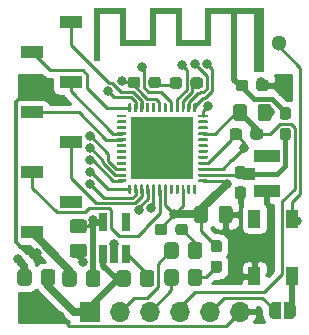
<source format=gbr>
%TF.GenerationSoftware,KiCad,Pcbnew,(5.1.9)-1*%
%TF.CreationDate,2021-06-07T11:13:50+02:00*%
%TF.ProjectId,esp32PicoD4,65737033-3250-4696-936f-44342e6b6963,rev?*%
%TF.SameCoordinates,Original*%
%TF.FileFunction,Copper,L1,Top*%
%TF.FilePolarity,Positive*%
%FSLAX46Y46*%
G04 Gerber Fmt 4.6, Leading zero omitted, Abs format (unit mm)*
G04 Created by KiCad (PCBNEW (5.1.9)-1) date 2021-06-07 11:13:50*
%MOMM*%
%LPD*%
G01*
G04 APERTURE LIST*
%TA.AperFunction,EtchedComponent*%
%ADD10C,0.100000*%
%TD*%
%TA.AperFunction,SMDPad,CuDef*%
%ADD11R,2.200000X1.050000*%
%TD*%
%TA.AperFunction,SMDPad,CuDef*%
%ADD12R,1.050000X1.000000*%
%TD*%
%TA.AperFunction,SMDPad,CuDef*%
%ADD13C,0.100000*%
%TD*%
%TA.AperFunction,SMDPad,CuDef*%
%ADD14R,1.000000X1.500000*%
%TD*%
%TA.AperFunction,ComponentPad*%
%ADD15O,1.700000X1.700000*%
%TD*%
%TA.AperFunction,ComponentPad*%
%ADD16R,1.700000X1.700000*%
%TD*%
%TA.AperFunction,SMDPad,CuDef*%
%ADD17R,5.300000X5.300000*%
%TD*%
%TA.AperFunction,SMDPad,CuDef*%
%ADD18R,0.650000X1.560000*%
%TD*%
%TA.AperFunction,SMDPad,CuDef*%
%ADD19R,1.900000X1.000000*%
%TD*%
%TA.AperFunction,ConnectorPad*%
%ADD20R,0.500000X0.500000*%
%TD*%
%TA.AperFunction,ComponentPad*%
%ADD21R,0.900000X0.500000*%
%TD*%
%TA.AperFunction,ViaPad*%
%ADD22C,1.300000*%
%TD*%
%TA.AperFunction,ViaPad*%
%ADD23C,0.800000*%
%TD*%
%TA.AperFunction,Conductor*%
%ADD24C,0.250000*%
%TD*%
%TA.AperFunction,Conductor*%
%ADD25C,0.350000*%
%TD*%
%TA.AperFunction,Conductor*%
%ADD26C,0.500000*%
%TD*%
%TA.AperFunction,Conductor*%
%ADD27C,0.700000*%
%TD*%
%TA.AperFunction,Conductor*%
%ADD28C,0.400000*%
%TD*%
%TA.AperFunction,Conductor*%
%ADD29C,0.254000*%
%TD*%
%TA.AperFunction,Conductor*%
%ADD30C,0.100000*%
%TD*%
G04 APERTURE END LIST*
D10*
%TO.C,A1*%
G36*
X201512000Y-79174000D02*
G01*
X199512000Y-79174000D01*
X199512000Y-76534000D01*
X196812000Y-76534000D01*
X196812000Y-79174000D01*
X194812000Y-79174000D01*
X194812000Y-76534000D01*
X192112000Y-76534000D01*
X192112000Y-80974000D01*
X192612000Y-80974000D01*
X192612000Y-77034000D01*
X194312000Y-77034000D01*
X194312000Y-79674000D01*
X197312000Y-79674000D01*
X197312000Y-77034000D01*
X199012000Y-77034000D01*
X199012000Y-79674000D01*
X202012000Y-79674000D01*
X202012000Y-77034000D01*
X203712000Y-77034000D01*
X203712000Y-81934000D01*
X204212000Y-81934000D01*
X204212000Y-77034000D01*
X205612000Y-77034000D01*
X205612000Y-81934000D01*
X206512000Y-81934000D01*
X206512000Y-81690785D01*
X206209583Y-81690785D01*
X206199742Y-81738395D01*
X206175674Y-81780797D01*
X206137731Y-81813581D01*
X206129819Y-81817935D01*
X206087156Y-81830043D01*
X206038637Y-81829300D01*
X205993122Y-81816400D01*
X205974511Y-81805787D01*
X205940868Y-81770553D01*
X205920309Y-81725368D01*
X205913778Y-81675842D01*
X205922218Y-81627583D01*
X205939112Y-81595357D01*
X205974372Y-81562687D01*
X206019682Y-81542592D01*
X206069267Y-81536018D01*
X206117353Y-81543908D01*
X206150245Y-81560814D01*
X206185185Y-81597584D01*
X206204847Y-81642378D01*
X206209583Y-81690785D01*
X206512000Y-81690785D01*
X206512000Y-76534000D01*
X201512000Y-76534000D01*
X201512000Y-79174000D01*
G37*
%TD*%
%TO.P,R3,2*%
%TO.N,/RESET2*%
%TA.AperFunction,SMDPad,CuDef*%
G36*
G01*
X205328000Y-87409500D02*
X205328000Y-86934500D01*
G75*
G02*
X205565500Y-86697000I237500J0D01*
G01*
X206140500Y-86697000D01*
G75*
G02*
X206378000Y-86934500I0J-237500D01*
G01*
X206378000Y-87409500D01*
G75*
G02*
X206140500Y-87647000I-237500J0D01*
G01*
X205565500Y-87647000D01*
G75*
G02*
X205328000Y-87409500I0J237500D01*
G01*
G37*
%TD.AperFunction*%
%TO.P,R3,1*%
%TO.N,+3V0*%
%TA.AperFunction,SMDPad,CuDef*%
G36*
G01*
X203578000Y-87409500D02*
X203578000Y-86934500D01*
G75*
G02*
X203815500Y-86697000I237500J0D01*
G01*
X204390500Y-86697000D01*
G75*
G02*
X204628000Y-86934500I0J-237500D01*
G01*
X204628000Y-87409500D01*
G75*
G02*
X204390500Y-87647000I-237500J0D01*
G01*
X203815500Y-87647000D01*
G75*
G02*
X203578000Y-87409500I0J237500D01*
G01*
G37*
%TD.AperFunction*%
%TD*%
D11*
%TO.P,AE1,2*%
%TO.N,GNDD*%
X206723000Y-89049000D03*
D12*
%TO.P,AE1,1*%
%TO.N,Net-(AE1-Pad1)*%
X205198000Y-90524000D03*
D11*
%TO.P,AE1,2*%
%TO.N,GNDD*%
X206723000Y-91999000D03*
%TD*%
%TA.AperFunction,SMDPad,CuDef*%
D13*
%TO.P,B1,2*%
%TO.N,Net-(B1-Pad2)*%
G36*
X208676000Y-101358602D02*
G01*
X208700534Y-101358602D01*
X208749365Y-101363412D01*
X208797490Y-101372984D01*
X208844445Y-101387228D01*
X208889778Y-101406005D01*
X208933051Y-101429136D01*
X208973850Y-101456396D01*
X209011779Y-101487524D01*
X209046476Y-101522221D01*
X209077604Y-101560150D01*
X209104864Y-101600949D01*
X209127995Y-101644222D01*
X209146772Y-101689555D01*
X209161016Y-101736510D01*
X209170588Y-101784635D01*
X209175398Y-101833466D01*
X209175398Y-101858000D01*
X209176000Y-101858000D01*
X209176000Y-102358000D01*
X209175398Y-102358000D01*
X209175398Y-102382534D01*
X209170588Y-102431365D01*
X209161016Y-102479490D01*
X209146772Y-102526445D01*
X209127995Y-102571778D01*
X209104864Y-102615051D01*
X209077604Y-102655850D01*
X209046476Y-102693779D01*
X209011779Y-102728476D01*
X208973850Y-102759604D01*
X208933051Y-102786864D01*
X208889778Y-102809995D01*
X208844445Y-102828772D01*
X208797490Y-102843016D01*
X208749365Y-102852588D01*
X208700534Y-102857398D01*
X208676000Y-102857398D01*
X208676000Y-102858000D01*
X208176000Y-102858000D01*
X208176000Y-101358000D01*
X208676000Y-101358000D01*
X208676000Y-101358602D01*
G37*
%TD.AperFunction*%
%TA.AperFunction,SMDPad,CuDef*%
%TO.P,B1,1*%
%TO.N,/BOOT2*%
G36*
X207876000Y-102858000D02*
G01*
X207376000Y-102858000D01*
X207376000Y-102857398D01*
X207351466Y-102857398D01*
X207302635Y-102852588D01*
X207254510Y-102843016D01*
X207207555Y-102828772D01*
X207162222Y-102809995D01*
X207118949Y-102786864D01*
X207078150Y-102759604D01*
X207040221Y-102728476D01*
X207005524Y-102693779D01*
X206974396Y-102655850D01*
X206947136Y-102615051D01*
X206924005Y-102571778D01*
X206905228Y-102526445D01*
X206890984Y-102479490D01*
X206881412Y-102431365D01*
X206876602Y-102382534D01*
X206876602Y-102358000D01*
X206876000Y-102358000D01*
X206876000Y-101858000D01*
X206876602Y-101858000D01*
X206876602Y-101833466D01*
X206881412Y-101784635D01*
X206890984Y-101736510D01*
X206905228Y-101689555D01*
X206924005Y-101644222D01*
X206947136Y-101600949D01*
X206974396Y-101560150D01*
X207005524Y-101522221D01*
X207040221Y-101487524D01*
X207078150Y-101456396D01*
X207118949Y-101429136D01*
X207162222Y-101406005D01*
X207207555Y-101387228D01*
X207254510Y-101372984D01*
X207302635Y-101363412D01*
X207351466Y-101358602D01*
X207376000Y-101358602D01*
X207376000Y-101358000D01*
X207876000Y-101358000D01*
X207876000Y-102858000D01*
G37*
%TD.AperFunction*%
%TD*%
%TO.P,C1,2*%
%TO.N,GNDD*%
%TA.AperFunction,SMDPad,CuDef*%
G36*
G01*
X190279000Y-96462000D02*
X191229000Y-96462000D01*
G75*
G02*
X191479000Y-96712000I0J-250000D01*
G01*
X191479000Y-97387000D01*
G75*
G02*
X191229000Y-97637000I-250000J0D01*
G01*
X190279000Y-97637000D01*
G75*
G02*
X190029000Y-97387000I0J250000D01*
G01*
X190029000Y-96712000D01*
G75*
G02*
X190279000Y-96462000I250000J0D01*
G01*
G37*
%TD.AperFunction*%
%TO.P,C1,1*%
%TO.N,+3V0*%
%TA.AperFunction,SMDPad,CuDef*%
G36*
G01*
X190279000Y-94387000D02*
X191229000Y-94387000D01*
G75*
G02*
X191479000Y-94637000I0J-250000D01*
G01*
X191479000Y-95312000D01*
G75*
G02*
X191229000Y-95562000I-250000J0D01*
G01*
X190279000Y-95562000D01*
G75*
G02*
X190029000Y-95312000I0J250000D01*
G01*
X190029000Y-94637000D01*
G75*
G02*
X190279000Y-94387000I250000J0D01*
G01*
G37*
%TD.AperFunction*%
%TD*%
%TO.P,L6,2*%
%TO.N,Net-(AE1-Pad1)*%
%TA.AperFunction,SMDPad,CuDef*%
G36*
G01*
X208042500Y-86650000D02*
X208517500Y-86650000D01*
G75*
G02*
X208755000Y-86887500I0J-237500D01*
G01*
X208755000Y-87462500D01*
G75*
G02*
X208517500Y-87700000I-237500J0D01*
G01*
X208042500Y-87700000D01*
G75*
G02*
X207805000Y-87462500I0J237500D01*
G01*
X207805000Y-86887500D01*
G75*
G02*
X208042500Y-86650000I237500J0D01*
G01*
G37*
%TD.AperFunction*%
%TO.P,L6,1*%
%TO.N,Net-(A1-Pad1)*%
%TA.AperFunction,SMDPad,CuDef*%
G36*
G01*
X208042500Y-84900000D02*
X208517500Y-84900000D01*
G75*
G02*
X208755000Y-85137500I0J-237500D01*
G01*
X208755000Y-85712500D01*
G75*
G02*
X208517500Y-85950000I-237500J0D01*
G01*
X208042500Y-85950000D01*
G75*
G02*
X207805000Y-85712500I0J237500D01*
G01*
X207805000Y-85137500D01*
G75*
G02*
X208042500Y-84900000I237500J0D01*
G01*
G37*
%TD.AperFunction*%
%TD*%
%TO.P,C8,2*%
%TO.N,GNDD*%
%TA.AperFunction,SMDPad,CuDef*%
G36*
G01*
X204232500Y-91611000D02*
X204707500Y-91611000D01*
G75*
G02*
X204945000Y-91848500I0J-237500D01*
G01*
X204945000Y-92448500D01*
G75*
G02*
X204707500Y-92686000I-237500J0D01*
G01*
X204232500Y-92686000D01*
G75*
G02*
X203995000Y-92448500I0J237500D01*
G01*
X203995000Y-91848500D01*
G75*
G02*
X204232500Y-91611000I237500J0D01*
G01*
G37*
%TD.AperFunction*%
%TO.P,C8,1*%
%TO.N,Net-(AE1-Pad1)*%
%TA.AperFunction,SMDPad,CuDef*%
G36*
G01*
X204232500Y-89886000D02*
X204707500Y-89886000D01*
G75*
G02*
X204945000Y-90123500I0J-237500D01*
G01*
X204945000Y-90723500D01*
G75*
G02*
X204707500Y-90961000I-237500J0D01*
G01*
X204232500Y-90961000D01*
G75*
G02*
X203995000Y-90723500I0J237500D01*
G01*
X203995000Y-90123500D01*
G75*
G02*
X204232500Y-89886000I237500J0D01*
G01*
G37*
%TD.AperFunction*%
%TD*%
%TO.P,C7,2*%
%TO.N,GNDD*%
%TA.AperFunction,SMDPad,CuDef*%
G36*
G01*
X205811000Y-83295500D02*
X205811000Y-82820500D01*
G75*
G02*
X206048500Y-82583000I237500J0D01*
G01*
X206648500Y-82583000D01*
G75*
G02*
X206886000Y-82820500I0J-237500D01*
G01*
X206886000Y-83295500D01*
G75*
G02*
X206648500Y-83533000I-237500J0D01*
G01*
X206048500Y-83533000D01*
G75*
G02*
X205811000Y-83295500I0J237500D01*
G01*
G37*
%TD.AperFunction*%
%TO.P,C7,1*%
%TO.N,Net-(A1-Pad1)*%
%TA.AperFunction,SMDPad,CuDef*%
G36*
G01*
X204086000Y-83295500D02*
X204086000Y-82820500D01*
G75*
G02*
X204323500Y-82583000I237500J0D01*
G01*
X204923500Y-82583000D01*
G75*
G02*
X205161000Y-82820500I0J-237500D01*
G01*
X205161000Y-83295500D01*
G75*
G02*
X204923500Y-83533000I-237500J0D01*
G01*
X204323500Y-83533000D01*
G75*
G02*
X204086000Y-83295500I0J237500D01*
G01*
G37*
%TD.AperFunction*%
%TD*%
D14*
%TO.P,D8,1*%
%TO.N,+BATT*%
X208864000Y-94324000D03*
%TO.P,D8,2*%
%TO.N,N/C*%
X205664000Y-94324000D03*
%TO.P,D8,4*%
%TO.N,Net-(B1-Pad2)*%
X208864000Y-99224000D03*
%TO.P,D8,3*%
%TO.N,GNDD*%
X205664000Y-99224000D03*
%TD*%
%TO.P,R1,2*%
%TO.N,/IO26*%
%TA.AperFunction,SMDPad,CuDef*%
G36*
G01*
X200248000Y-83087500D02*
X200248000Y-82612500D01*
G75*
G02*
X200485500Y-82375000I237500J0D01*
G01*
X201060500Y-82375000D01*
G75*
G02*
X201298000Y-82612500I0J-237500D01*
G01*
X201298000Y-83087500D01*
G75*
G02*
X201060500Y-83325000I-237500J0D01*
G01*
X200485500Y-83325000D01*
G75*
G02*
X200248000Y-83087500I0J237500D01*
G01*
G37*
%TD.AperFunction*%
%TO.P,R1,1*%
%TO.N,Net-(D9-Pad1)*%
%TA.AperFunction,SMDPad,CuDef*%
G36*
G01*
X198498000Y-83087500D02*
X198498000Y-82612500D01*
G75*
G02*
X198735500Y-82375000I237500J0D01*
G01*
X199310500Y-82375000D01*
G75*
G02*
X199548000Y-82612500I0J-237500D01*
G01*
X199548000Y-83087500D01*
G75*
G02*
X199310500Y-83325000I-237500J0D01*
G01*
X198735500Y-83325000D01*
G75*
G02*
X198498000Y-83087500I0J237500D01*
G01*
G37*
%TD.AperFunction*%
%TD*%
%TO.P,R8,2*%
%TO.N,/RXD3*%
%TA.AperFunction,SMDPad,CuDef*%
G36*
G01*
X199244000Y-98863999D02*
X199244000Y-99764001D01*
G75*
G02*
X198994001Y-100014000I-249999J0D01*
G01*
X198293999Y-100014000D01*
G75*
G02*
X198044000Y-99764001I0J249999D01*
G01*
X198044000Y-98863999D01*
G75*
G02*
X198293999Y-98614000I249999J0D01*
G01*
X198994001Y-98614000D01*
G75*
G02*
X199244000Y-98863999I0J-249999D01*
G01*
G37*
%TD.AperFunction*%
%TO.P,R8,1*%
%TO.N,Net-(R8-Pad1)*%
%TA.AperFunction,SMDPad,CuDef*%
G36*
G01*
X201244000Y-98863999D02*
X201244000Y-99764001D01*
G75*
G02*
X200994001Y-100014000I-249999J0D01*
G01*
X200293999Y-100014000D01*
G75*
G02*
X200044000Y-99764001I0J249999D01*
G01*
X200044000Y-98863999D01*
G75*
G02*
X200293999Y-98614000I249999J0D01*
G01*
X200994001Y-98614000D01*
G75*
G02*
X201244000Y-98863999I0J-249999D01*
G01*
G37*
%TD.AperFunction*%
%TD*%
%TO.P,R7,2*%
%TO.N,/TXD3*%
%TA.AperFunction,SMDPad,CuDef*%
G36*
G01*
X199244000Y-96577999D02*
X199244000Y-97478001D01*
G75*
G02*
X198994001Y-97728000I-249999J0D01*
G01*
X198293999Y-97728000D01*
G75*
G02*
X198044000Y-97478001I0J249999D01*
G01*
X198044000Y-96577999D01*
G75*
G02*
X198293999Y-96328000I249999J0D01*
G01*
X198994001Y-96328000D01*
G75*
G02*
X199244000Y-96577999I0J-249999D01*
G01*
G37*
%TD.AperFunction*%
%TO.P,R7,1*%
%TO.N,Net-(R7-Pad1)*%
%TA.AperFunction,SMDPad,CuDef*%
G36*
G01*
X201244000Y-96577999D02*
X201244000Y-97478001D01*
G75*
G02*
X200994001Y-97728000I-249999J0D01*
G01*
X200293999Y-97728000D01*
G75*
G02*
X200044000Y-97478001I0J249999D01*
G01*
X200044000Y-96577999D01*
G75*
G02*
X200293999Y-96328000I249999J0D01*
G01*
X200994001Y-96328000D01*
G75*
G02*
X201244000Y-96577999I0J-249999D01*
G01*
G37*
%TD.AperFunction*%
%TD*%
%TO.P,RX1,2*%
%TO.N,+3V0*%
%TA.AperFunction,SMDPad,CuDef*%
G36*
G01*
X202675500Y-97186000D02*
X202200500Y-97186000D01*
G75*
G02*
X201963000Y-96948500I0J237500D01*
G01*
X201963000Y-96373500D01*
G75*
G02*
X202200500Y-96136000I237500J0D01*
G01*
X202675500Y-96136000D01*
G75*
G02*
X202913000Y-96373500I0J-237500D01*
G01*
X202913000Y-96948500D01*
G75*
G02*
X202675500Y-97186000I-237500J0D01*
G01*
G37*
%TD.AperFunction*%
%TO.P,RX1,1*%
%TO.N,Net-(R8-Pad1)*%
%TA.AperFunction,SMDPad,CuDef*%
G36*
G01*
X202675500Y-98936000D02*
X202200500Y-98936000D01*
G75*
G02*
X201963000Y-98698500I0J237500D01*
G01*
X201963000Y-98123500D01*
G75*
G02*
X202200500Y-97886000I237500J0D01*
G01*
X202675500Y-97886000D01*
G75*
G02*
X202913000Y-98123500I0J-237500D01*
G01*
X202913000Y-98698500D01*
G75*
G02*
X202675500Y-98936000I-237500J0D01*
G01*
G37*
%TD.AperFunction*%
%TD*%
%TO.P,TX1,2*%
%TO.N,+3V0*%
%TA.AperFunction,SMDPad,CuDef*%
G36*
G01*
X198278000Y-95012500D02*
X198278000Y-95487500D01*
G75*
G02*
X198040500Y-95725000I-237500J0D01*
G01*
X197465500Y-95725000D01*
G75*
G02*
X197228000Y-95487500I0J237500D01*
G01*
X197228000Y-95012500D01*
G75*
G02*
X197465500Y-94775000I237500J0D01*
G01*
X198040500Y-94775000D01*
G75*
G02*
X198278000Y-95012500I0J-237500D01*
G01*
G37*
%TD.AperFunction*%
%TO.P,TX1,1*%
%TO.N,Net-(R7-Pad1)*%
%TA.AperFunction,SMDPad,CuDef*%
G36*
G01*
X200028000Y-95012500D02*
X200028000Y-95487500D01*
G75*
G02*
X199790500Y-95725000I-237500J0D01*
G01*
X199215500Y-95725000D01*
G75*
G02*
X198978000Y-95487500I0J237500D01*
G01*
X198978000Y-95012500D01*
G75*
G02*
X199215500Y-94775000I237500J0D01*
G01*
X199790500Y-94775000D01*
G75*
G02*
X200028000Y-95012500I0J-237500D01*
G01*
G37*
%TD.AperFunction*%
%TD*%
D15*
%TO.P,J1,6*%
%TO.N,GNDD*%
X204470000Y-102208000D03*
%TO.P,J1,5*%
%TO.N,/BOOT2*%
X201930000Y-102208000D03*
%TO.P,J1,4*%
%TO.N,/RESET2*%
X199390000Y-102208000D03*
%TO.P,J1,3*%
%TO.N,/RXD3*%
X196850000Y-102208000D03*
%TO.P,J1,2*%
%TO.N,/TXD3*%
X194310000Y-102208000D03*
D16*
%TO.P,J1,1*%
%TO.N,+BATT*%
X191770000Y-102208000D03*
%TD*%
%TO.P,R5,2*%
%TO.N,Net-(R5-Pad2)*%
%TA.AperFunction,SMDPad,CuDef*%
G36*
G01*
X195980000Y-99850001D02*
X195980000Y-98949999D01*
G75*
G02*
X196229999Y-98700000I249999J0D01*
G01*
X196930001Y-98700000D01*
G75*
G02*
X197180000Y-98949999I0J-249999D01*
G01*
X197180000Y-99850001D01*
G75*
G02*
X196930001Y-100100000I-249999J0D01*
G01*
X196229999Y-100100000D01*
G75*
G02*
X195980000Y-99850001I0J249999D01*
G01*
G37*
%TD.AperFunction*%
%TO.P,R5,1*%
%TO.N,+BATT*%
%TA.AperFunction,SMDPad,CuDef*%
G36*
G01*
X193980000Y-99850001D02*
X193980000Y-98949999D01*
G75*
G02*
X194229999Y-98700000I249999J0D01*
G01*
X194930001Y-98700000D01*
G75*
G02*
X195180000Y-98949999I0J-249999D01*
G01*
X195180000Y-99850001D01*
G75*
G02*
X194930001Y-100100000I-249999J0D01*
G01*
X194229999Y-100100000D01*
G75*
G02*
X193980000Y-99850001I0J249999D01*
G01*
G37*
%TD.AperFunction*%
%TD*%
%TO.P,R2,2*%
%TO.N,Net-(J3-Pad8)*%
%TA.AperFunction,SMDPad,CuDef*%
G36*
G01*
X190608000Y-98949999D02*
X190608000Y-99850001D01*
G75*
G02*
X190358001Y-100100000I-249999J0D01*
G01*
X189657999Y-100100000D01*
G75*
G02*
X189408000Y-99850001I0J249999D01*
G01*
X189408000Y-98949999D01*
G75*
G02*
X189657999Y-98700000I249999J0D01*
G01*
X190358001Y-98700000D01*
G75*
G02*
X190608000Y-98949999I0J-249999D01*
G01*
G37*
%TD.AperFunction*%
%TO.P,R2,1*%
%TO.N,+3V0*%
%TA.AperFunction,SMDPad,CuDef*%
G36*
G01*
X192608000Y-98949999D02*
X192608000Y-99850001D01*
G75*
G02*
X192358001Y-100100000I-249999J0D01*
G01*
X191657999Y-100100000D01*
G75*
G02*
X191408000Y-99850001I0J249999D01*
G01*
X191408000Y-98949999D01*
G75*
G02*
X191657999Y-98700000I249999J0D01*
G01*
X192358001Y-98700000D01*
G75*
G02*
X192608000Y-98949999I0J-249999D01*
G01*
G37*
%TD.AperFunction*%
%TD*%
%TO.P,R6,2*%
%TO.N,/LORA_RESET*%
%TA.AperFunction,SMDPad,CuDef*%
G36*
G01*
X186798000Y-98863999D02*
X186798000Y-99764001D01*
G75*
G02*
X186548001Y-100014000I-249999J0D01*
G01*
X185847999Y-100014000D01*
G75*
G02*
X185598000Y-99764001I0J249999D01*
G01*
X185598000Y-98863999D01*
G75*
G02*
X185847999Y-98614000I249999J0D01*
G01*
X186548001Y-98614000D01*
G75*
G02*
X186798000Y-98863999I0J-249999D01*
G01*
G37*
%TD.AperFunction*%
%TO.P,R6,1*%
%TO.N,+BATT*%
%TA.AperFunction,SMDPad,CuDef*%
G36*
G01*
X188798000Y-98863999D02*
X188798000Y-99764001D01*
G75*
G02*
X188548001Y-100014000I-249999J0D01*
G01*
X187847999Y-100014000D01*
G75*
G02*
X187598000Y-99764001I0J249999D01*
G01*
X187598000Y-98863999D01*
G75*
G02*
X187847999Y-98614000I249999J0D01*
G01*
X188548001Y-98614000D01*
G75*
G02*
X188798000Y-98863999I0J-249999D01*
G01*
G37*
%TD.AperFunction*%
%TD*%
%TO.P,C11,2*%
%TO.N,GNDD*%
%TA.AperFunction,SMDPad,CuDef*%
G36*
G01*
X202634000Y-94455000D02*
X202634000Y-93505000D01*
G75*
G02*
X202884000Y-93255000I250000J0D01*
G01*
X203559000Y-93255000D01*
G75*
G02*
X203809000Y-93505000I0J-250000D01*
G01*
X203809000Y-94455000D01*
G75*
G02*
X203559000Y-94705000I-250000J0D01*
G01*
X202884000Y-94705000D01*
G75*
G02*
X202634000Y-94455000I0J250000D01*
G01*
G37*
%TD.AperFunction*%
%TO.P,C11,1*%
%TO.N,+3V0*%
%TA.AperFunction,SMDPad,CuDef*%
G36*
G01*
X200559000Y-94455000D02*
X200559000Y-93505000D01*
G75*
G02*
X200809000Y-93255000I250000J0D01*
G01*
X201484000Y-93255000D01*
G75*
G02*
X201734000Y-93505000I0J-250000D01*
G01*
X201734000Y-94455000D01*
G75*
G02*
X201484000Y-94705000I-250000J0D01*
G01*
X200809000Y-94705000D01*
G75*
G02*
X200559000Y-94455000I0J250000D01*
G01*
G37*
%TD.AperFunction*%
%TD*%
%TO.P,C4,2*%
%TO.N,GNDD*%
%TA.AperFunction,SMDPad,CuDef*%
G36*
G01*
X205936000Y-85819000D02*
X205936000Y-84869000D01*
G75*
G02*
X206186000Y-84619000I250000J0D01*
G01*
X206861000Y-84619000D01*
G75*
G02*
X207111000Y-84869000I0J-250000D01*
G01*
X207111000Y-85819000D01*
G75*
G02*
X206861000Y-86069000I-250000J0D01*
G01*
X206186000Y-86069000D01*
G75*
G02*
X205936000Y-85819000I0J250000D01*
G01*
G37*
%TD.AperFunction*%
%TO.P,C4,1*%
%TO.N,/RESET2*%
%TA.AperFunction,SMDPad,CuDef*%
G36*
G01*
X203861000Y-85819000D02*
X203861000Y-84869000D01*
G75*
G02*
X204111000Y-84619000I250000J0D01*
G01*
X204786000Y-84619000D01*
G75*
G02*
X205036000Y-84869000I0J-250000D01*
G01*
X205036000Y-85819000D01*
G75*
G02*
X204786000Y-86069000I-250000J0D01*
G01*
X204111000Y-86069000D01*
G75*
G02*
X203861000Y-85819000I0J250000D01*
G01*
G37*
%TD.AperFunction*%
%TD*%
D17*
%TO.P,U2,49*%
%TO.N,GNDD*%
X197866000Y-88392000D03*
%TO.P,U2,48*%
%TO.N,N/C*%
%TA.AperFunction,SMDPad,CuDef*%
G36*
G01*
X200741000Y-91504500D02*
X200741000Y-92179500D01*
G75*
G02*
X200678500Y-92242000I-62500J0D01*
G01*
X200553500Y-92242000D01*
G75*
G02*
X200491000Y-92179500I0J62500D01*
G01*
X200491000Y-91504500D01*
G75*
G02*
X200553500Y-91442000I62500J0D01*
G01*
X200678500Y-91442000D01*
G75*
G02*
X200741000Y-91504500I0J-62500D01*
G01*
G37*
%TD.AperFunction*%
%TO.P,U2,47*%
%TA.AperFunction,SMDPad,CuDef*%
G36*
G01*
X200241000Y-91504500D02*
X200241000Y-92179500D01*
G75*
G02*
X200178500Y-92242000I-62500J0D01*
G01*
X200053500Y-92242000D01*
G75*
G02*
X199991000Y-92179500I0J62500D01*
G01*
X199991000Y-91504500D01*
G75*
G02*
X200053500Y-91442000I62500J0D01*
G01*
X200178500Y-91442000D01*
G75*
G02*
X200241000Y-91504500I0J-62500D01*
G01*
G37*
%TD.AperFunction*%
%TO.P,U2,46*%
%TO.N,+3V0*%
%TA.AperFunction,SMDPad,CuDef*%
G36*
G01*
X199741000Y-91504500D02*
X199741000Y-92179500D01*
G75*
G02*
X199678500Y-92242000I-62500J0D01*
G01*
X199553500Y-92242000D01*
G75*
G02*
X199491000Y-92179500I0J62500D01*
G01*
X199491000Y-91504500D01*
G75*
G02*
X199553500Y-91442000I62500J0D01*
G01*
X199678500Y-91442000D01*
G75*
G02*
X199741000Y-91504500I0J-62500D01*
G01*
G37*
%TD.AperFunction*%
%TO.P,U2,45*%
%TO.N,N/C*%
%TA.AperFunction,SMDPad,CuDef*%
G36*
G01*
X199241000Y-91504500D02*
X199241000Y-92179500D01*
G75*
G02*
X199178500Y-92242000I-62500J0D01*
G01*
X199053500Y-92242000D01*
G75*
G02*
X198991000Y-92179500I0J62500D01*
G01*
X198991000Y-91504500D01*
G75*
G02*
X199053500Y-91442000I62500J0D01*
G01*
X199178500Y-91442000D01*
G75*
G02*
X199241000Y-91504500I0J-62500D01*
G01*
G37*
%TD.AperFunction*%
%TO.P,U2,44*%
%TA.AperFunction,SMDPad,CuDef*%
G36*
G01*
X198741000Y-91504500D02*
X198741000Y-92179500D01*
G75*
G02*
X198678500Y-92242000I-62500J0D01*
G01*
X198553500Y-92242000D01*
G75*
G02*
X198491000Y-92179500I0J62500D01*
G01*
X198491000Y-91504500D01*
G75*
G02*
X198553500Y-91442000I62500J0D01*
G01*
X198678500Y-91442000D01*
G75*
G02*
X198741000Y-91504500I0J-62500D01*
G01*
G37*
%TD.AperFunction*%
%TO.P,U2,43*%
%TO.N,+3V0*%
%TA.AperFunction,SMDPad,CuDef*%
G36*
G01*
X198241000Y-91504500D02*
X198241000Y-92179500D01*
G75*
G02*
X198178500Y-92242000I-62500J0D01*
G01*
X198053500Y-92242000D01*
G75*
G02*
X197991000Y-92179500I0J62500D01*
G01*
X197991000Y-91504500D01*
G75*
G02*
X198053500Y-91442000I62500J0D01*
G01*
X198178500Y-91442000D01*
G75*
G02*
X198241000Y-91504500I0J-62500D01*
G01*
G37*
%TD.AperFunction*%
%TO.P,U2,42*%
%TO.N,/SCL*%
%TA.AperFunction,SMDPad,CuDef*%
G36*
G01*
X197741000Y-91504500D02*
X197741000Y-92179500D01*
G75*
G02*
X197678500Y-92242000I-62500J0D01*
G01*
X197553500Y-92242000D01*
G75*
G02*
X197491000Y-92179500I0J62500D01*
G01*
X197491000Y-91504500D01*
G75*
G02*
X197553500Y-91442000I62500J0D01*
G01*
X197678500Y-91442000D01*
G75*
G02*
X197741000Y-91504500I0J-62500D01*
G01*
G37*
%TD.AperFunction*%
%TO.P,U2,41*%
%TO.N,/RXD3*%
%TA.AperFunction,SMDPad,CuDef*%
G36*
G01*
X197241000Y-91504500D02*
X197241000Y-92179500D01*
G75*
G02*
X197178500Y-92242000I-62500J0D01*
G01*
X197053500Y-92242000D01*
G75*
G02*
X196991000Y-92179500I0J62500D01*
G01*
X196991000Y-91504500D01*
G75*
G02*
X197053500Y-91442000I62500J0D01*
G01*
X197178500Y-91442000D01*
G75*
G02*
X197241000Y-91504500I0J-62500D01*
G01*
G37*
%TD.AperFunction*%
%TO.P,U2,40*%
%TO.N,/TXD3*%
%TA.AperFunction,SMDPad,CuDef*%
G36*
G01*
X196741000Y-91504500D02*
X196741000Y-92179500D01*
G75*
G02*
X196678500Y-92242000I-62500J0D01*
G01*
X196553500Y-92242000D01*
G75*
G02*
X196491000Y-92179500I0J62500D01*
G01*
X196491000Y-91504500D01*
G75*
G02*
X196553500Y-91442000I62500J0D01*
G01*
X196678500Y-91442000D01*
G75*
G02*
X196741000Y-91504500I0J-62500D01*
G01*
G37*
%TD.AperFunction*%
%TO.P,U2,39*%
%TO.N,/SDA*%
%TA.AperFunction,SMDPad,CuDef*%
G36*
G01*
X196241000Y-91504500D02*
X196241000Y-92179500D01*
G75*
G02*
X196178500Y-92242000I-62500J0D01*
G01*
X196053500Y-92242000D01*
G75*
G02*
X195991000Y-92179500I0J62500D01*
G01*
X195991000Y-91504500D01*
G75*
G02*
X196053500Y-91442000I62500J0D01*
G01*
X196178500Y-91442000D01*
G75*
G02*
X196241000Y-91504500I0J-62500D01*
G01*
G37*
%TD.AperFunction*%
%TO.P,U2,38*%
%TO.N,/MISO_3*%
%TA.AperFunction,SMDPad,CuDef*%
G36*
G01*
X195741000Y-91504500D02*
X195741000Y-92179500D01*
G75*
G02*
X195678500Y-92242000I-62500J0D01*
G01*
X195553500Y-92242000D01*
G75*
G02*
X195491000Y-92179500I0J62500D01*
G01*
X195491000Y-91504500D01*
G75*
G02*
X195553500Y-91442000I62500J0D01*
G01*
X195678500Y-91442000D01*
G75*
G02*
X195741000Y-91504500I0J-62500D01*
G01*
G37*
%TD.AperFunction*%
%TO.P,U2,37*%
%TO.N,+3V0*%
%TA.AperFunction,SMDPad,CuDef*%
G36*
G01*
X195241000Y-91504500D02*
X195241000Y-92179500D01*
G75*
G02*
X195178500Y-92242000I-62500J0D01*
G01*
X195053500Y-92242000D01*
G75*
G02*
X194991000Y-92179500I0J62500D01*
G01*
X194991000Y-91504500D01*
G75*
G02*
X195053500Y-91442000I62500J0D01*
G01*
X195178500Y-91442000D01*
G75*
G02*
X195241000Y-91504500I0J-62500D01*
G01*
G37*
%TD.AperFunction*%
%TO.P,U2,36*%
%TO.N,/MOSI_3*%
%TA.AperFunction,SMDPad,CuDef*%
G36*
G01*
X194816000Y-91079500D02*
X194816000Y-91204500D01*
G75*
G02*
X194753500Y-91267000I-62500J0D01*
G01*
X194078500Y-91267000D01*
G75*
G02*
X194016000Y-91204500I0J62500D01*
G01*
X194016000Y-91079500D01*
G75*
G02*
X194078500Y-91017000I62500J0D01*
G01*
X194753500Y-91017000D01*
G75*
G02*
X194816000Y-91079500I0J-62500D01*
G01*
G37*
%TD.AperFunction*%
%TO.P,U2,35*%
%TO.N,/SCK_3*%
%TA.AperFunction,SMDPad,CuDef*%
G36*
G01*
X194816000Y-90579500D02*
X194816000Y-90704500D01*
G75*
G02*
X194753500Y-90767000I-62500J0D01*
G01*
X194078500Y-90767000D01*
G75*
G02*
X194016000Y-90704500I0J62500D01*
G01*
X194016000Y-90579500D01*
G75*
G02*
X194078500Y-90517000I62500J0D01*
G01*
X194753500Y-90517000D01*
G75*
G02*
X194816000Y-90579500I0J-62500D01*
G01*
G37*
%TD.AperFunction*%
%TO.P,U2,34*%
%TO.N,/CS_3*%
%TA.AperFunction,SMDPad,CuDef*%
G36*
G01*
X194816000Y-90079500D02*
X194816000Y-90204500D01*
G75*
G02*
X194753500Y-90267000I-62500J0D01*
G01*
X194078500Y-90267000D01*
G75*
G02*
X194016000Y-90204500I0J62500D01*
G01*
X194016000Y-90079500D01*
G75*
G02*
X194078500Y-90017000I62500J0D01*
G01*
X194753500Y-90017000D01*
G75*
G02*
X194816000Y-90079500I0J-62500D01*
G01*
G37*
%TD.AperFunction*%
%TO.P,U2,33*%
%TO.N,N/C*%
%TA.AperFunction,SMDPad,CuDef*%
G36*
G01*
X194816000Y-89579500D02*
X194816000Y-89704500D01*
G75*
G02*
X194753500Y-89767000I-62500J0D01*
G01*
X194078500Y-89767000D01*
G75*
G02*
X194016000Y-89704500I0J62500D01*
G01*
X194016000Y-89579500D01*
G75*
G02*
X194078500Y-89517000I62500J0D01*
G01*
X194753500Y-89517000D01*
G75*
G02*
X194816000Y-89579500I0J-62500D01*
G01*
G37*
%TD.AperFunction*%
%TO.P,U2,32*%
%TA.AperFunction,SMDPad,CuDef*%
G36*
G01*
X194816000Y-89079500D02*
X194816000Y-89204500D01*
G75*
G02*
X194753500Y-89267000I-62500J0D01*
G01*
X194078500Y-89267000D01*
G75*
G02*
X194016000Y-89204500I0J62500D01*
G01*
X194016000Y-89079500D01*
G75*
G02*
X194078500Y-89017000I62500J0D01*
G01*
X194753500Y-89017000D01*
G75*
G02*
X194816000Y-89079500I0J-62500D01*
G01*
G37*
%TD.AperFunction*%
%TO.P,U2,31*%
%TA.AperFunction,SMDPad,CuDef*%
G36*
G01*
X194816000Y-88579500D02*
X194816000Y-88704500D01*
G75*
G02*
X194753500Y-88767000I-62500J0D01*
G01*
X194078500Y-88767000D01*
G75*
G02*
X194016000Y-88704500I0J62500D01*
G01*
X194016000Y-88579500D01*
G75*
G02*
X194078500Y-88517000I62500J0D01*
G01*
X194753500Y-88517000D01*
G75*
G02*
X194816000Y-88579500I0J-62500D01*
G01*
G37*
%TD.AperFunction*%
%TO.P,U2,30*%
%TA.AperFunction,SMDPad,CuDef*%
G36*
G01*
X194816000Y-88079500D02*
X194816000Y-88204500D01*
G75*
G02*
X194753500Y-88267000I-62500J0D01*
G01*
X194078500Y-88267000D01*
G75*
G02*
X194016000Y-88204500I0J62500D01*
G01*
X194016000Y-88079500D01*
G75*
G02*
X194078500Y-88017000I62500J0D01*
G01*
X194753500Y-88017000D01*
G75*
G02*
X194816000Y-88079500I0J-62500D01*
G01*
G37*
%TD.AperFunction*%
%TO.P,U2,29*%
%TO.N,/IO10*%
%TA.AperFunction,SMDPad,CuDef*%
G36*
G01*
X194816000Y-87579500D02*
X194816000Y-87704500D01*
G75*
G02*
X194753500Y-87767000I-62500J0D01*
G01*
X194078500Y-87767000D01*
G75*
G02*
X194016000Y-87704500I0J62500D01*
G01*
X194016000Y-87579500D01*
G75*
G02*
X194078500Y-87517000I62500J0D01*
G01*
X194753500Y-87517000D01*
G75*
G02*
X194816000Y-87579500I0J-62500D01*
G01*
G37*
%TD.AperFunction*%
%TO.P,U2,28*%
%TO.N,/IO9*%
%TA.AperFunction,SMDPad,CuDef*%
G36*
G01*
X194816000Y-87079500D02*
X194816000Y-87204500D01*
G75*
G02*
X194753500Y-87267000I-62500J0D01*
G01*
X194078500Y-87267000D01*
G75*
G02*
X194016000Y-87204500I0J62500D01*
G01*
X194016000Y-87079500D01*
G75*
G02*
X194078500Y-87017000I62500J0D01*
G01*
X194753500Y-87017000D01*
G75*
G02*
X194816000Y-87079500I0J-62500D01*
G01*
G37*
%TD.AperFunction*%
%TO.P,U2,27*%
%TO.N,N/C*%
%TA.AperFunction,SMDPad,CuDef*%
G36*
G01*
X194816000Y-86579500D02*
X194816000Y-86704500D01*
G75*
G02*
X194753500Y-86767000I-62500J0D01*
G01*
X194078500Y-86767000D01*
G75*
G02*
X194016000Y-86704500I0J62500D01*
G01*
X194016000Y-86579500D01*
G75*
G02*
X194078500Y-86517000I62500J0D01*
G01*
X194753500Y-86517000D01*
G75*
G02*
X194816000Y-86579500I0J-62500D01*
G01*
G37*
%TD.AperFunction*%
%TO.P,U2,26*%
%TA.AperFunction,SMDPad,CuDef*%
G36*
G01*
X194816000Y-86079500D02*
X194816000Y-86204500D01*
G75*
G02*
X194753500Y-86267000I-62500J0D01*
G01*
X194078500Y-86267000D01*
G75*
G02*
X194016000Y-86204500I0J62500D01*
G01*
X194016000Y-86079500D01*
G75*
G02*
X194078500Y-86017000I62500J0D01*
G01*
X194753500Y-86017000D01*
G75*
G02*
X194816000Y-86079500I0J-62500D01*
G01*
G37*
%TD.AperFunction*%
%TO.P,U2,25*%
%TA.AperFunction,SMDPad,CuDef*%
G36*
G01*
X194816000Y-85579500D02*
X194816000Y-85704500D01*
G75*
G02*
X194753500Y-85767000I-62500J0D01*
G01*
X194078500Y-85767000D01*
G75*
G02*
X194016000Y-85704500I0J62500D01*
G01*
X194016000Y-85579500D01*
G75*
G02*
X194078500Y-85517000I62500J0D01*
G01*
X194753500Y-85517000D01*
G75*
G02*
X194816000Y-85579500I0J-62500D01*
G01*
G37*
%TD.AperFunction*%
%TO.P,U2,24*%
%TO.N,/IO4*%
%TA.AperFunction,SMDPad,CuDef*%
G36*
G01*
X195241000Y-84604500D02*
X195241000Y-85279500D01*
G75*
G02*
X195178500Y-85342000I-62500J0D01*
G01*
X195053500Y-85342000D01*
G75*
G02*
X194991000Y-85279500I0J62500D01*
G01*
X194991000Y-84604500D01*
G75*
G02*
X195053500Y-84542000I62500J0D01*
G01*
X195178500Y-84542000D01*
G75*
G02*
X195241000Y-84604500I0J-62500D01*
G01*
G37*
%TD.AperFunction*%
%TO.P,U2,23*%
%TO.N,/BOOT2*%
%TA.AperFunction,SMDPad,CuDef*%
G36*
G01*
X195741000Y-84604500D02*
X195741000Y-85279500D01*
G75*
G02*
X195678500Y-85342000I-62500J0D01*
G01*
X195553500Y-85342000D01*
G75*
G02*
X195491000Y-85279500I0J62500D01*
G01*
X195491000Y-84604500D01*
G75*
G02*
X195553500Y-84542000I62500J0D01*
G01*
X195678500Y-84542000D01*
G75*
G02*
X195741000Y-84604500I0J-62500D01*
G01*
G37*
%TD.AperFunction*%
%TO.P,U2,22*%
%TO.N,/IO2*%
%TA.AperFunction,SMDPad,CuDef*%
G36*
G01*
X196241000Y-84604500D02*
X196241000Y-85279500D01*
G75*
G02*
X196178500Y-85342000I-62500J0D01*
G01*
X196053500Y-85342000D01*
G75*
G02*
X195991000Y-85279500I0J62500D01*
G01*
X195991000Y-84604500D01*
G75*
G02*
X196053500Y-84542000I62500J0D01*
G01*
X196178500Y-84542000D01*
G75*
G02*
X196241000Y-84604500I0J-62500D01*
G01*
G37*
%TD.AperFunction*%
%TO.P,U2,21*%
%TO.N,N/C*%
%TA.AperFunction,SMDPad,CuDef*%
G36*
G01*
X196741000Y-84604500D02*
X196741000Y-85279500D01*
G75*
G02*
X196678500Y-85342000I-62500J0D01*
G01*
X196553500Y-85342000D01*
G75*
G02*
X196491000Y-85279500I0J62500D01*
G01*
X196491000Y-84604500D01*
G75*
G02*
X196553500Y-84542000I62500J0D01*
G01*
X196678500Y-84542000D01*
G75*
G02*
X196741000Y-84604500I0J-62500D01*
G01*
G37*
%TD.AperFunction*%
%TO.P,U2,20*%
%TA.AperFunction,SMDPad,CuDef*%
G36*
G01*
X197241000Y-84604500D02*
X197241000Y-85279500D01*
G75*
G02*
X197178500Y-85342000I-62500J0D01*
G01*
X197053500Y-85342000D01*
G75*
G02*
X196991000Y-85279500I0J62500D01*
G01*
X196991000Y-84604500D01*
G75*
G02*
X197053500Y-84542000I62500J0D01*
G01*
X197178500Y-84542000D01*
G75*
G02*
X197241000Y-84604500I0J-62500D01*
G01*
G37*
%TD.AperFunction*%
%TO.P,U2,19*%
%TO.N,+3V0*%
%TA.AperFunction,SMDPad,CuDef*%
G36*
G01*
X197741000Y-84604500D02*
X197741000Y-85279500D01*
G75*
G02*
X197678500Y-85342000I-62500J0D01*
G01*
X197553500Y-85342000D01*
G75*
G02*
X197491000Y-85279500I0J62500D01*
G01*
X197491000Y-84604500D01*
G75*
G02*
X197553500Y-84542000I62500J0D01*
G01*
X197678500Y-84542000D01*
G75*
G02*
X197741000Y-84604500I0J-62500D01*
G01*
G37*
%TD.AperFunction*%
%TO.P,U2,18*%
%TO.N,N/C*%
%TA.AperFunction,SMDPad,CuDef*%
G36*
G01*
X198241000Y-84604500D02*
X198241000Y-85279500D01*
G75*
G02*
X198178500Y-85342000I-62500J0D01*
G01*
X198053500Y-85342000D01*
G75*
G02*
X197991000Y-85279500I0J62500D01*
G01*
X197991000Y-84604500D01*
G75*
G02*
X198053500Y-84542000I62500J0D01*
G01*
X198178500Y-84542000D01*
G75*
G02*
X198241000Y-84604500I0J-62500D01*
G01*
G37*
%TD.AperFunction*%
%TO.P,U2,17*%
%TO.N,/LORA_RESET*%
%TA.AperFunction,SMDPad,CuDef*%
G36*
G01*
X198741000Y-84604500D02*
X198741000Y-85279500D01*
G75*
G02*
X198678500Y-85342000I-62500J0D01*
G01*
X198553500Y-85342000D01*
G75*
G02*
X198491000Y-85279500I0J62500D01*
G01*
X198491000Y-84604500D01*
G75*
G02*
X198553500Y-84542000I62500J0D01*
G01*
X198678500Y-84542000D01*
G75*
G02*
X198741000Y-84604500I0J-62500D01*
G01*
G37*
%TD.AperFunction*%
%TO.P,U2,16*%
%TO.N,/DIO_LORA*%
%TA.AperFunction,SMDPad,CuDef*%
G36*
G01*
X199241000Y-84604500D02*
X199241000Y-85279500D01*
G75*
G02*
X199178500Y-85342000I-62500J0D01*
G01*
X199053500Y-85342000D01*
G75*
G02*
X198991000Y-85279500I0J62500D01*
G01*
X198991000Y-84604500D01*
G75*
G02*
X199053500Y-84542000I62500J0D01*
G01*
X199178500Y-84542000D01*
G75*
G02*
X199241000Y-84604500I0J-62500D01*
G01*
G37*
%TD.AperFunction*%
%TO.P,U2,15*%
%TO.N,/IO26*%
%TA.AperFunction,SMDPad,CuDef*%
G36*
G01*
X199741000Y-84604500D02*
X199741000Y-85279500D01*
G75*
G02*
X199678500Y-85342000I-62500J0D01*
G01*
X199553500Y-85342000D01*
G75*
G02*
X199491000Y-85279500I0J62500D01*
G01*
X199491000Y-84604500D01*
G75*
G02*
X199553500Y-84542000I62500J0D01*
G01*
X199678500Y-84542000D01*
G75*
G02*
X199741000Y-84604500I0J-62500D01*
G01*
G37*
%TD.AperFunction*%
%TO.P,U2,14*%
%TO.N,/IO25*%
%TA.AperFunction,SMDPad,CuDef*%
G36*
G01*
X200241000Y-84604500D02*
X200241000Y-85279500D01*
G75*
G02*
X200178500Y-85342000I-62500J0D01*
G01*
X200053500Y-85342000D01*
G75*
G02*
X199991000Y-85279500I0J62500D01*
G01*
X199991000Y-84604500D01*
G75*
G02*
X200053500Y-84542000I62500J0D01*
G01*
X200178500Y-84542000D01*
G75*
G02*
X200241000Y-84604500I0J-62500D01*
G01*
G37*
%TD.AperFunction*%
%TO.P,U2,13*%
%TO.N,/IO33*%
%TA.AperFunction,SMDPad,CuDef*%
G36*
G01*
X200741000Y-84604500D02*
X200741000Y-85279500D01*
G75*
G02*
X200678500Y-85342000I-62500J0D01*
G01*
X200553500Y-85342000D01*
G75*
G02*
X200491000Y-85279500I0J62500D01*
G01*
X200491000Y-84604500D01*
G75*
G02*
X200553500Y-84542000I62500J0D01*
G01*
X200678500Y-84542000D01*
G75*
G02*
X200741000Y-84604500I0J-62500D01*
G01*
G37*
%TD.AperFunction*%
%TO.P,U2,12*%
%TO.N,/WS2812*%
%TA.AperFunction,SMDPad,CuDef*%
G36*
G01*
X201716000Y-85579500D02*
X201716000Y-85704500D01*
G75*
G02*
X201653500Y-85767000I-62500J0D01*
G01*
X200978500Y-85767000D01*
G75*
G02*
X200916000Y-85704500I0J62500D01*
G01*
X200916000Y-85579500D01*
G75*
G02*
X200978500Y-85517000I62500J0D01*
G01*
X201653500Y-85517000D01*
G75*
G02*
X201716000Y-85579500I0J-62500D01*
G01*
G37*
%TD.AperFunction*%
%TO.P,U2,11*%
%TO.N,N/C*%
%TA.AperFunction,SMDPad,CuDef*%
G36*
G01*
X201716000Y-86079500D02*
X201716000Y-86204500D01*
G75*
G02*
X201653500Y-86267000I-62500J0D01*
G01*
X200978500Y-86267000D01*
G75*
G02*
X200916000Y-86204500I0J62500D01*
G01*
X200916000Y-86079500D01*
G75*
G02*
X200978500Y-86017000I62500J0D01*
G01*
X201653500Y-86017000D01*
G75*
G02*
X201716000Y-86079500I0J-62500D01*
G01*
G37*
%TD.AperFunction*%
%TO.P,U2,10*%
%TA.AperFunction,SMDPad,CuDef*%
G36*
G01*
X201716000Y-86579500D02*
X201716000Y-86704500D01*
G75*
G02*
X201653500Y-86767000I-62500J0D01*
G01*
X200978500Y-86767000D01*
G75*
G02*
X200916000Y-86704500I0J62500D01*
G01*
X200916000Y-86579500D01*
G75*
G02*
X200978500Y-86517000I62500J0D01*
G01*
X201653500Y-86517000D01*
G75*
G02*
X201716000Y-86579500I0J-62500D01*
G01*
G37*
%TD.AperFunction*%
%TO.P,U2,9*%
%TO.N,/RESET2*%
%TA.AperFunction,SMDPad,CuDef*%
G36*
G01*
X201716000Y-87079500D02*
X201716000Y-87204500D01*
G75*
G02*
X201653500Y-87267000I-62500J0D01*
G01*
X200978500Y-87267000D01*
G75*
G02*
X200916000Y-87204500I0J62500D01*
G01*
X200916000Y-87079500D01*
G75*
G02*
X200978500Y-87017000I62500J0D01*
G01*
X201653500Y-87017000D01*
G75*
G02*
X201716000Y-87079500I0J-62500D01*
G01*
G37*
%TD.AperFunction*%
%TO.P,U2,8*%
%TO.N,N/C*%
%TA.AperFunction,SMDPad,CuDef*%
G36*
G01*
X201716000Y-87579500D02*
X201716000Y-87704500D01*
G75*
G02*
X201653500Y-87767000I-62500J0D01*
G01*
X200978500Y-87767000D01*
G75*
G02*
X200916000Y-87704500I0J62500D01*
G01*
X200916000Y-87579500D01*
G75*
G02*
X200978500Y-87517000I62500J0D01*
G01*
X201653500Y-87517000D01*
G75*
G02*
X201716000Y-87579500I0J-62500D01*
G01*
G37*
%TD.AperFunction*%
%TO.P,U2,7*%
%TA.AperFunction,SMDPad,CuDef*%
G36*
G01*
X201716000Y-88079500D02*
X201716000Y-88204500D01*
G75*
G02*
X201653500Y-88267000I-62500J0D01*
G01*
X200978500Y-88267000D01*
G75*
G02*
X200916000Y-88204500I0J62500D01*
G01*
X200916000Y-88079500D01*
G75*
G02*
X200978500Y-88017000I62500J0D01*
G01*
X201653500Y-88017000D01*
G75*
G02*
X201716000Y-88079500I0J-62500D01*
G01*
G37*
%TD.AperFunction*%
%TO.P,U2,6*%
%TA.AperFunction,SMDPad,CuDef*%
G36*
G01*
X201716000Y-88579500D02*
X201716000Y-88704500D01*
G75*
G02*
X201653500Y-88767000I-62500J0D01*
G01*
X200978500Y-88767000D01*
G75*
G02*
X200916000Y-88704500I0J62500D01*
G01*
X200916000Y-88579500D01*
G75*
G02*
X200978500Y-88517000I62500J0D01*
G01*
X201653500Y-88517000D01*
G75*
G02*
X201716000Y-88579500I0J-62500D01*
G01*
G37*
%TD.AperFunction*%
%TO.P,U2,5*%
%TA.AperFunction,SMDPad,CuDef*%
G36*
G01*
X201716000Y-89079500D02*
X201716000Y-89204500D01*
G75*
G02*
X201653500Y-89267000I-62500J0D01*
G01*
X200978500Y-89267000D01*
G75*
G02*
X200916000Y-89204500I0J62500D01*
G01*
X200916000Y-89079500D01*
G75*
G02*
X200978500Y-89017000I62500J0D01*
G01*
X201653500Y-89017000D01*
G75*
G02*
X201716000Y-89079500I0J-62500D01*
G01*
G37*
%TD.AperFunction*%
%TO.P,U2,4*%
%TO.N,+3V0*%
%TA.AperFunction,SMDPad,CuDef*%
G36*
G01*
X201716000Y-89579500D02*
X201716000Y-89704500D01*
G75*
G02*
X201653500Y-89767000I-62500J0D01*
G01*
X200978500Y-89767000D01*
G75*
G02*
X200916000Y-89704500I0J62500D01*
G01*
X200916000Y-89579500D01*
G75*
G02*
X200978500Y-89517000I62500J0D01*
G01*
X201653500Y-89517000D01*
G75*
G02*
X201716000Y-89579500I0J-62500D01*
G01*
G37*
%TD.AperFunction*%
%TO.P,U2,3*%
%TA.AperFunction,SMDPad,CuDef*%
G36*
G01*
X201716000Y-90079500D02*
X201716000Y-90204500D01*
G75*
G02*
X201653500Y-90267000I-62500J0D01*
G01*
X200978500Y-90267000D01*
G75*
G02*
X200916000Y-90204500I0J62500D01*
G01*
X200916000Y-90079500D01*
G75*
G02*
X200978500Y-90017000I62500J0D01*
G01*
X201653500Y-90017000D01*
G75*
G02*
X201716000Y-90079500I0J-62500D01*
G01*
G37*
%TD.AperFunction*%
%TO.P,U2,2*%
%TO.N,Net-(AE1-Pad1)*%
%TA.AperFunction,SMDPad,CuDef*%
G36*
G01*
X201716000Y-90579500D02*
X201716000Y-90704500D01*
G75*
G02*
X201653500Y-90767000I-62500J0D01*
G01*
X200978500Y-90767000D01*
G75*
G02*
X200916000Y-90704500I0J62500D01*
G01*
X200916000Y-90579500D01*
G75*
G02*
X200978500Y-90517000I62500J0D01*
G01*
X201653500Y-90517000D01*
G75*
G02*
X201716000Y-90579500I0J-62500D01*
G01*
G37*
%TD.AperFunction*%
%TO.P,U2,1*%
%TO.N,+3V0*%
%TA.AperFunction,SMDPad,CuDef*%
G36*
G01*
X201716000Y-91079500D02*
X201716000Y-91204500D01*
G75*
G02*
X201653500Y-91267000I-62500J0D01*
G01*
X200978500Y-91267000D01*
G75*
G02*
X200916000Y-91204500I0J62500D01*
G01*
X200916000Y-91079500D01*
G75*
G02*
X200978500Y-91017000I62500J0D01*
G01*
X201653500Y-91017000D01*
G75*
G02*
X201716000Y-91079500I0J-62500D01*
G01*
G37*
%TD.AperFunction*%
%TD*%
D18*
%TO.P,U1,5*%
%TO.N,+3V0*%
X192852000Y-94650000D03*
%TO.P,U1,4*%
%TO.N,N/C*%
X194752000Y-94650000D03*
%TO.P,U1,3*%
%TO.N,Net-(R5-Pad2)*%
X194752000Y-97350000D03*
%TO.P,U1,2*%
%TO.N,GNDD*%
X193802000Y-97350000D03*
%TO.P,U1,1*%
%TO.N,+BATT*%
X192852000Y-97350000D03*
%TD*%
D19*
%TO.P,J3,7*%
%TO.N,Net-(J3-Pad7)*%
X190118000Y-92964000D03*
%TO.P,J3,5*%
%TO.N,/SDA*%
X190118000Y-87884000D03*
%TO.P,J3,3*%
%TO.N,/IO9*%
X190118000Y-82804000D03*
%TO.P,J3,1*%
%TO.N,/IO2*%
X190118000Y-77724000D03*
%TO.P,J3,8*%
%TO.N,Net-(J3-Pad8)*%
X186818000Y-95504000D03*
%TO.P,J3,6*%
%TO.N,/SCL*%
X186818000Y-90424000D03*
%TO.P,J3,4*%
%TO.N,/IO10*%
X186818000Y-85344000D03*
%TO.P,J3,2*%
%TO.N,/IO4*%
X186818000Y-80264000D03*
%TD*%
%TO.P,D9,2*%
%TO.N,+3V0*%
%TA.AperFunction,SMDPad,CuDef*%
G36*
G01*
X195992000Y-82566500D02*
X195992000Y-83041500D01*
G75*
G02*
X195754500Y-83279000I-237500J0D01*
G01*
X195179500Y-83279000D01*
G75*
G02*
X194942000Y-83041500I0J237500D01*
G01*
X194942000Y-82566500D01*
G75*
G02*
X195179500Y-82329000I237500J0D01*
G01*
X195754500Y-82329000D01*
G75*
G02*
X195992000Y-82566500I0J-237500D01*
G01*
G37*
%TD.AperFunction*%
%TO.P,D9,1*%
%TO.N,Net-(D9-Pad1)*%
%TA.AperFunction,SMDPad,CuDef*%
G36*
G01*
X197742000Y-82566500D02*
X197742000Y-83041500D01*
G75*
G02*
X197504500Y-83279000I-237500J0D01*
G01*
X196929500Y-83279000D01*
G75*
G02*
X196692000Y-83041500I0J237500D01*
G01*
X196692000Y-82566500D01*
G75*
G02*
X196929500Y-82329000I237500J0D01*
G01*
X197504500Y-82329000D01*
G75*
G02*
X197742000Y-82566500I0J-237500D01*
G01*
G37*
%TD.AperFunction*%
%TD*%
D20*
%TO.P,A1,1*%
%TO.N,Net-(A1-Pad1)*%
X203962000Y-81684000D03*
D21*
%TO.P,A1,2*%
%TO.N,GNDD*%
X206062000Y-81684000D03*
%TD*%
D22*
%TO.N,+BATT*%
X207772000Y-79502000D03*
D23*
%TO.N,GNDD*%
X187452000Y-83058000D03*
X206248000Y-82804000D03*
X197866000Y-88392000D03*
X207018002Y-85344000D03*
X193802000Y-96520000D03*
X189230000Y-102616000D03*
X208280000Y-83820000D03*
X187233248Y-97262752D03*
X191174000Y-98044000D03*
X203962000Y-99314000D03*
%TO.N,+BATT*%
X209280726Y-94522915D03*
%TO.N,+3V0*%
X203326000Y-91367000D03*
X191770000Y-90424000D03*
X194470154Y-82643846D03*
X204817888Y-88326420D03*
X198882000Y-93958500D03*
X192024000Y-94488000D03*
%TO.N,/CS_3*%
X191770000Y-87376000D03*
%TO.N,/SCK_3*%
X191770000Y-88392000D03*
%TO.N,/MOSI_3*%
X191770000Y-89408000D03*
%TO.N,/MISO_3*%
X191770000Y-91440000D03*
%TO.N,/TXD3*%
X195932366Y-93617031D03*
%TO.N,/RXD3*%
X196920107Y-93460920D03*
%TO.N,/BOOT2*%
X193294000Y-83566000D03*
%TO.N,/WS2812*%
X201725998Y-84836000D03*
%TO.N,/LORA_RESET*%
X185675000Y-97790000D03*
X196164278Y-81491794D03*
%TO.N,/IO33*%
X201680653Y-81275347D03*
%TO.N,/IO25*%
X200660000Y-81280000D03*
%TO.N,/DIO_LORA*%
X199505890Y-81355462D03*
%TO.N,Net-(J3-Pad7)*%
X190246000Y-92964000D03*
%TD*%
D24*
%TO.N,GNDD*%
X207010000Y-85589000D02*
X207010000Y-85322500D01*
X193802000Y-96320000D02*
X193877001Y-96244999D01*
X193802000Y-97350000D02*
X193802000Y-96520000D01*
X193802000Y-96520000D02*
X193802000Y-96320000D01*
X203294999Y-103383001D02*
X204470000Y-102208000D01*
X189997001Y-103383001D02*
X203294999Y-103383001D01*
X189230000Y-102616000D02*
X189997001Y-103383001D01*
D25*
X186451750Y-97262752D02*
X187233248Y-97262752D01*
X185492999Y-96304001D02*
X186451750Y-97262752D01*
X185492999Y-84451316D02*
X185492999Y-96304001D01*
X186886315Y-83058000D02*
X185492999Y-84451316D01*
X187452000Y-83058000D02*
X186886315Y-83058000D01*
D24*
X190754000Y-97624000D02*
X191174000Y-98044000D01*
X190754000Y-97049500D02*
X190754000Y-97624000D01*
D26*
%TO.N,+BATT*%
X192852000Y-96854000D02*
X192852000Y-97819002D01*
X191786000Y-101854000D02*
X194580000Y-99060000D01*
X191770000Y-101854000D02*
X191786000Y-101854000D01*
X192852000Y-98315002D02*
X192852000Y-97350000D01*
X193936998Y-99400000D02*
X192852000Y-98315002D01*
X194580000Y-99400000D02*
X193936998Y-99400000D01*
D27*
X190392000Y-102208000D02*
X191770000Y-102208000D01*
X188198000Y-100014000D02*
X190392000Y-102208000D01*
X188198000Y-99314000D02*
X188198000Y-100014000D01*
D24*
X208864000Y-92906036D02*
X208864000Y-94324000D01*
X209559018Y-92211018D02*
X208864000Y-92906036D01*
X209559018Y-81543018D02*
X207518000Y-79502000D01*
X209559018Y-82794982D02*
X209559018Y-81543018D01*
X209559018Y-82794982D02*
X209559018Y-92211018D01*
%TO.N,+3V0*%
X196267010Y-83858010D02*
X195467000Y-83058000D01*
X197616000Y-84942000D02*
X197616000Y-84493978D01*
X203101000Y-91142000D02*
X203326000Y-91367000D01*
X201316000Y-91142000D02*
X203101000Y-91142000D01*
X203724000Y-87682022D02*
X203724000Y-87376000D01*
X201764022Y-89642000D02*
X203724000Y-87682022D01*
X201316000Y-89642000D02*
X201764022Y-89642000D01*
X201316000Y-90142000D02*
X202974000Y-90142000D01*
X202974000Y-90142000D02*
X203724000Y-89392000D01*
X191827002Y-90424000D02*
X191770000Y-90424000D01*
X193245002Y-91842000D02*
X191827002Y-90424000D01*
X195116000Y-91842000D02*
X193245002Y-91842000D01*
X194630308Y-82804000D02*
X194470154Y-82643846D01*
X195467000Y-82804000D02*
X194630308Y-82804000D01*
X199616000Y-93224500D02*
X198882000Y-93958500D01*
X199616000Y-91842000D02*
X199616000Y-93224500D01*
X198116000Y-93192500D02*
X198882000Y-93958500D01*
X198116000Y-91842000D02*
X198116000Y-93192500D01*
D27*
X200734500Y-93958500D02*
X198882000Y-93958500D01*
X203326000Y-91367000D02*
X200734500Y-93958500D01*
D26*
X192198000Y-94662000D02*
X192024000Y-94488000D01*
X192852000Y-94662000D02*
X192198000Y-94662000D01*
D24*
X203978000Y-87376000D02*
X203978000Y-87486532D01*
D26*
X192186000Y-94650000D02*
X192024000Y-94488000D01*
X192852000Y-94650000D02*
X192186000Y-94650000D01*
X192024000Y-99384000D02*
X192008000Y-99400000D01*
X192024000Y-94488000D02*
X192024000Y-99384000D01*
D24*
X197753000Y-95087500D02*
X198882000Y-93958500D01*
X197753000Y-95250000D02*
X197753000Y-95087500D01*
X201146500Y-95369500D02*
X202438000Y-96661000D01*
X201146500Y-93980000D02*
X201146500Y-95369500D01*
X196267010Y-83872168D02*
X196596000Y-84201158D01*
X196267010Y-83858010D02*
X196267010Y-83872168D01*
X196992990Y-84216990D02*
X197339012Y-84216990D01*
X196977158Y-84201158D02*
X196992990Y-84216990D01*
X197339012Y-84216990D02*
X197616000Y-84493978D01*
X196596000Y-84201158D02*
X196977158Y-84201158D01*
X191537500Y-94974500D02*
X192024000Y-94488000D01*
X190754000Y-94974500D02*
X191537500Y-94974500D01*
X204817888Y-87886888D02*
X204103000Y-87172000D01*
X204817888Y-88326420D02*
X204817888Y-87886888D01*
X203752308Y-89392000D02*
X204817888Y-88326420D01*
X203724000Y-89392000D02*
X203752308Y-89392000D01*
%TO.N,/RESET2*%
X202344810Y-87142000D02*
X204142810Y-85344000D01*
X201316000Y-87142000D02*
X202344810Y-87142000D01*
D26*
X205978000Y-86873500D02*
X204448500Y-85344000D01*
X205978000Y-87376000D02*
X205978000Y-86873500D01*
D24*
X208038999Y-97269001D02*
X208038999Y-97694001D01*
X200661011Y-100582989D02*
X206503011Y-100582989D01*
X199390000Y-101854000D02*
X200661011Y-100582989D01*
X206503011Y-100582989D02*
X208038999Y-99047001D01*
X208038999Y-97269001D02*
X208038999Y-99047001D01*
X208038999Y-93313999D02*
X208038999Y-93484999D01*
X208038999Y-93484999D02*
X208038999Y-97269001D01*
X208038999Y-92849001D02*
X208038999Y-93484999D01*
X209080010Y-91807990D02*
X208038999Y-92849001D01*
X208750500Y-86324990D02*
X209080010Y-86654500D01*
X207809500Y-86324990D02*
X208750500Y-86324990D01*
X209080010Y-86654500D02*
X209080010Y-91807990D01*
X207495500Y-86638990D02*
X207809500Y-86324990D01*
X207809500Y-86324990D02*
X207807010Y-86324990D01*
X206960000Y-87172000D02*
X205853000Y-87172000D01*
X207807010Y-86324990D02*
X206960000Y-87172000D01*
%TO.N,/CS_3*%
X191827002Y-87376000D02*
X191770000Y-87376000D01*
X193301578Y-88850576D02*
X191827002Y-87376000D01*
X193301578Y-89475600D02*
X193301578Y-88850576D01*
X193967978Y-90142000D02*
X193301578Y-89475600D01*
X194416000Y-90142000D02*
X193967978Y-90142000D01*
%TO.N,/SCK_3*%
X194416000Y-90642000D02*
X193831568Y-90642000D01*
X193831568Y-90642000D02*
X192851568Y-89662000D01*
X191827002Y-88392000D02*
X191770000Y-88392000D01*
X192851568Y-89416566D02*
X191827002Y-88392000D01*
X192851568Y-89662000D02*
X192851568Y-89416566D01*
%TO.N,/MOSI_3*%
X194372000Y-91186000D02*
X194416000Y-91142000D01*
X191961158Y-89408000D02*
X191770000Y-89408000D01*
X193695158Y-91142000D02*
X191961158Y-89408000D01*
X194416000Y-91142000D02*
X193695158Y-91142000D01*
%TO.N,/MISO_3*%
X192897010Y-92567010D02*
X191770000Y-91440000D01*
X195339012Y-92567010D02*
X192897010Y-92567010D01*
X195616000Y-92290022D02*
X195339012Y-92567010D01*
X195616000Y-91842000D02*
X195616000Y-92290022D01*
%TO.N,/TXD3*%
X195932366Y-93375659D02*
X195932366Y-93617031D01*
X196616000Y-92692025D02*
X195932366Y-93375659D01*
X196616000Y-91842000D02*
X196616000Y-92692025D01*
X195485001Y-101032999D02*
X194310000Y-102208000D01*
X196560191Y-101032999D02*
X195485001Y-101032999D01*
X197505010Y-100088180D02*
X196560191Y-101032999D01*
X197505010Y-98166990D02*
X197505010Y-100088180D01*
X198644000Y-97028000D02*
X197505010Y-98166990D01*
%TO.N,/RXD3*%
X197116000Y-93265027D02*
X197116000Y-91842000D01*
X196920107Y-93460920D02*
X197116000Y-93265027D01*
X198644000Y-100414000D02*
X198644000Y-99314000D01*
X196850000Y-102208000D02*
X198644000Y-100414000D01*
%TO.N,/BOOT2*%
X195616000Y-84493978D02*
X195196022Y-84074000D01*
X195616000Y-84942000D02*
X195616000Y-84493978D01*
X195196022Y-84074000D02*
X194564000Y-84074000D01*
X193802000Y-84074000D02*
X193294000Y-83566000D01*
X194564000Y-84074000D02*
X193802000Y-84074000D01*
X201930000Y-102208000D02*
X203105001Y-101032999D01*
X206300999Y-101032999D02*
X207376000Y-102108000D01*
X203105001Y-101032999D02*
X206300999Y-101032999D01*
%TO.N,Net-(R5-Pad2)*%
X194752000Y-97232000D02*
X196580000Y-99060000D01*
X194752000Y-96854000D02*
X194752000Y-97232000D01*
%TO.N,/WS2812*%
X201316000Y-85245998D02*
X201725998Y-84836000D01*
X201316000Y-85642000D02*
X201316000Y-85245998D01*
D26*
%TO.N,Net-(A1-Pad1)*%
X203962000Y-82571500D02*
X204448500Y-83058000D01*
X203962000Y-81534000D02*
X203962000Y-82571500D01*
D28*
X205609490Y-84218990D02*
X204448500Y-83058000D01*
X207163990Y-84218990D02*
X205609490Y-84218990D01*
X208534000Y-85589000D02*
X207163990Y-84218990D01*
D27*
%TO.N,/LORA_RESET*%
X186198000Y-98313000D02*
X185675000Y-97790000D01*
X186198000Y-99314000D02*
X186198000Y-98313000D01*
D24*
X196317010Y-81644526D02*
X196164278Y-81491794D01*
X196317010Y-83224520D02*
X196317010Y-81644526D01*
X196696500Y-83604010D02*
X196317010Y-83224520D01*
X197737500Y-83604010D02*
X196696500Y-83604010D01*
X198616000Y-84482510D02*
X197737500Y-83604010D01*
X198616000Y-84942000D02*
X198616000Y-84482510D01*
%TO.N,/IO33*%
X202073020Y-81667714D02*
X201680653Y-81275347D01*
X202073020Y-83506900D02*
X202073020Y-81667714D01*
X201479901Y-84100019D02*
X202073020Y-83506900D01*
X201270390Y-84100020D02*
X201479901Y-84100019D01*
X200616000Y-84754410D02*
X201270390Y-84100020D01*
X200616000Y-84942000D02*
X200616000Y-84754410D01*
%TO.N,/IO25*%
X200116000Y-84493978D02*
X200535978Y-84074000D01*
X200116000Y-84942000D02*
X200116000Y-84493978D01*
X201623010Y-82243010D02*
X200660000Y-81280000D01*
X201623010Y-83320500D02*
X201623010Y-82243010D01*
X200535978Y-84072432D02*
X200914000Y-83694410D01*
X200535978Y-84074000D02*
X200535978Y-84072432D01*
X201293500Y-83650010D02*
X201623010Y-83320500D01*
X201083990Y-83650010D02*
X201293500Y-83650010D01*
X201039590Y-83694410D02*
X201083990Y-83650010D01*
X200914000Y-83694410D02*
X201039590Y-83694410D01*
%TO.N,/IO9*%
X190118000Y-83554000D02*
X190118000Y-82804000D01*
X193706000Y-87142000D02*
X190118000Y-83554000D01*
X194416000Y-87142000D02*
X193706000Y-87142000D01*
%TO.N,/IO2*%
X196116000Y-84942000D02*
X196116000Y-84493978D01*
X194405012Y-83604010D02*
X195362442Y-83604010D01*
X195362442Y-83604010D02*
X196116000Y-84357568D01*
X193642001Y-82840999D02*
X194405012Y-83604010D01*
X193330999Y-82840999D02*
X193642001Y-82840999D01*
X190118000Y-79628000D02*
X193330999Y-82840999D01*
X196116000Y-84357568D02*
X196116000Y-84942000D01*
X190118000Y-77724000D02*
X190118000Y-79628000D01*
%TO.N,/IO10*%
X190811002Y-85344000D02*
X189230000Y-85344000D01*
X193109002Y-87642000D02*
X190811002Y-85344000D01*
X194416000Y-87642000D02*
X193109002Y-87642000D01*
X189230000Y-85344000D02*
X186818000Y-85344000D01*
X189613002Y-85344000D02*
X189230000Y-85344000D01*
%TO.N,/IO4*%
X195116000Y-84942000D02*
X193146000Y-84942000D01*
X193146000Y-84942000D02*
X191516000Y-83312000D01*
X191516000Y-82166998D02*
X191137002Y-81788000D01*
X191516000Y-83312000D02*
X191516000Y-82166998D01*
X188342000Y-81788000D02*
X186818000Y-80264000D01*
X191137002Y-81788000D02*
X188342000Y-81788000D01*
%TO.N,/DIO_LORA*%
X199116000Y-84942000D02*
X199116000Y-84357568D01*
X199922990Y-81772562D02*
X199505890Y-81355462D01*
X199922990Y-83412600D02*
X199922990Y-81772562D01*
X199116000Y-84219590D02*
X199922990Y-83412600D01*
X199116000Y-84942000D02*
X199116000Y-84219590D01*
%TO.N,/IO26*%
X199616000Y-84942000D02*
X199616000Y-84493978D01*
X200064000Y-83909568D02*
X199665990Y-84307578D01*
X200062432Y-83909568D02*
X200064000Y-83909568D01*
X199616000Y-84356000D02*
X200062432Y-83909568D01*
X199616000Y-84942000D02*
X199616000Y-84356000D01*
X200372999Y-83250001D02*
X200773000Y-82850000D01*
X200372999Y-83599001D02*
X200372999Y-83250001D01*
X200062432Y-83909568D02*
X200372999Y-83599001D01*
%TO.N,/SDA*%
X193040000Y-93017019D02*
X192710609Y-93017019D01*
X195525413Y-93017019D02*
X192274017Y-93017019D01*
X196116000Y-92426432D02*
X195525413Y-93017019D01*
X196116000Y-91842000D02*
X196116000Y-92426432D01*
X190118000Y-90861002D02*
X190118000Y-87884000D01*
X192274017Y-93017019D02*
X190118000Y-90861002D01*
%TO.N,/SCL*%
X197616000Y-92290022D02*
X197616000Y-91842000D01*
X197645108Y-91871108D02*
X197645108Y-93889918D01*
X197616000Y-91842000D02*
X197645108Y-91871108D01*
X196567513Y-94967513D02*
X197645108Y-93889918D01*
X196276025Y-95259001D02*
X196567513Y-94967513D01*
X191645002Y-93472000D02*
X191328001Y-93789001D01*
X193352002Y-93472000D02*
X191645002Y-93472000D01*
X193502001Y-93621999D02*
X193352002Y-93472000D01*
X193502001Y-95102003D02*
X193502001Y-93621999D01*
X194166999Y-95767001D02*
X193502001Y-95102003D01*
X195768025Y-95767001D02*
X194166999Y-95767001D01*
X196276025Y-95259001D02*
X195768025Y-95767001D01*
X191328001Y-93789001D02*
X190246000Y-93789001D01*
X188907999Y-93789001D02*
X189547001Y-93789001D01*
X186818000Y-91699002D02*
X188907999Y-93789001D01*
X186818000Y-90424000D02*
X186818000Y-91699002D01*
X190563001Y-93789001D02*
X189547001Y-93789001D01*
%TO.N,Net-(J3-Pad7)*%
X190118000Y-92964000D02*
X190246000Y-92964000D01*
D28*
%TO.N,Net-(J3-Pad8)*%
X187198000Y-95884000D02*
X186818000Y-95504000D01*
X190262000Y-99060000D02*
X189669990Y-99652010D01*
D27*
X190008000Y-98694000D02*
X186818000Y-95504000D01*
X190008000Y-99400000D02*
X190008000Y-98694000D01*
D24*
%TO.N,Net-(D9-Pad1)*%
X197217000Y-83058000D02*
X198898000Y-83058000D01*
%TO.N,Net-(R7-Pad1)*%
X200644000Y-96391000D02*
X199503000Y-95250000D01*
X200644000Y-97028000D02*
X200644000Y-96391000D01*
%TO.N,Net-(R8-Pad1)*%
X201535000Y-99314000D02*
X202438000Y-98411000D01*
X200644000Y-99314000D02*
X201535000Y-99314000D01*
D26*
%TO.N,Net-(B1-Pad2)*%
X208864000Y-101920000D02*
X208676000Y-102108000D01*
X208864000Y-98716000D02*
X208864000Y-101920000D01*
D24*
%TO.N,Net-(AE1-Pad1)*%
X204405500Y-90642000D02*
X204724000Y-90323500D01*
X201316000Y-90642000D02*
X204405500Y-90642000D01*
X204997500Y-90323500D02*
X205198000Y-90524000D01*
X204470000Y-90323500D02*
X204997500Y-90323500D01*
D28*
X208280000Y-89837002D02*
X208280000Y-87175000D01*
X207593002Y-90524000D02*
X208280000Y-89837002D01*
X205198000Y-90524000D02*
X207593002Y-90524000D01*
%TD*%
D29*
%TO.N,GNDD*%
X187220038Y-100391962D02*
X187332464Y-100484228D01*
X187375041Y-100563884D01*
X187498131Y-100713870D01*
X187535711Y-100744711D01*
X189661289Y-102870290D01*
X189692130Y-102907870D01*
X189729709Y-102938710D01*
X189842116Y-103030960D01*
X189952572Y-103090000D01*
X185710000Y-103090000D01*
X185710000Y-100638480D01*
X185847999Y-100652072D01*
X186548001Y-100652072D01*
X186721255Y-100635008D01*
X186887851Y-100584472D01*
X187041387Y-100502405D01*
X187175962Y-100391962D01*
X187198000Y-100365109D01*
X187220038Y-100391962D01*
%TA.AperFunction,Conductor*%
D30*
G36*
X187220038Y-100391962D02*
G01*
X187332464Y-100484228D01*
X187375041Y-100563884D01*
X187498131Y-100713870D01*
X187535711Y-100744711D01*
X189661289Y-102870290D01*
X189692130Y-102907870D01*
X189729709Y-102938710D01*
X189842116Y-103030960D01*
X189952572Y-103090000D01*
X185710000Y-103090000D01*
X185710000Y-100638480D01*
X185847999Y-100652072D01*
X186548001Y-100652072D01*
X186721255Y-100635008D01*
X186887851Y-100584472D01*
X187041387Y-100502405D01*
X187175962Y-100391962D01*
X187198000Y-100365109D01*
X187220038Y-100391962D01*
G37*
%TD.AperFunction*%
D29*
X206237928Y-102044729D02*
X206237928Y-102358000D01*
X206240336Y-102382450D01*
X206240336Y-102407009D01*
X206252596Y-102531490D01*
X206271718Y-102627623D01*
X206308027Y-102747319D01*
X206345536Y-102837875D01*
X206404502Y-102948192D01*
X206458958Y-103029691D01*
X206508452Y-103090000D01*
X205664597Y-103090000D01*
X205665178Y-103089355D01*
X205814157Y-102839252D01*
X205911481Y-102564891D01*
X205790814Y-102335000D01*
X204597000Y-102335000D01*
X204597000Y-102355000D01*
X204343000Y-102355000D01*
X204343000Y-102335000D01*
X204323000Y-102335000D01*
X204323000Y-102081000D01*
X204343000Y-102081000D01*
X204343000Y-102061000D01*
X204597000Y-102061000D01*
X204597000Y-102081000D01*
X205790814Y-102081000D01*
X205911481Y-101851109D01*
X205890868Y-101792999D01*
X205986198Y-101792999D01*
X206237928Y-102044729D01*
%TA.AperFunction,Conductor*%
D30*
G36*
X206237928Y-102044729D02*
G01*
X206237928Y-102358000D01*
X206240336Y-102382450D01*
X206240336Y-102407009D01*
X206252596Y-102531490D01*
X206271718Y-102627623D01*
X206308027Y-102747319D01*
X206345536Y-102837875D01*
X206404502Y-102948192D01*
X206458958Y-103029691D01*
X206508452Y-103090000D01*
X205664597Y-103090000D01*
X205665178Y-103089355D01*
X205814157Y-102839252D01*
X205911481Y-102564891D01*
X205790814Y-102335000D01*
X204597000Y-102335000D01*
X204597000Y-102355000D01*
X204343000Y-102355000D01*
X204343000Y-102335000D01*
X204323000Y-102335000D01*
X204323000Y-102081000D01*
X204343000Y-102081000D01*
X204343000Y-102061000D01*
X204597000Y-102061000D01*
X204597000Y-102081000D01*
X205790814Y-102081000D01*
X205911481Y-101851109D01*
X205890868Y-101792999D01*
X205986198Y-101792999D01*
X206237928Y-102044729D01*
G37*
%TD.AperFunction*%
D29*
X206850000Y-91872000D02*
X206870000Y-91872000D01*
X206870000Y-92126000D01*
X206850000Y-92126000D01*
X206850000Y-93000250D01*
X207008750Y-93159000D01*
X207278999Y-93160020D01*
X207278999Y-93447667D01*
X207279000Y-97231659D01*
X207278999Y-97231669D01*
X207279000Y-98732198D01*
X206799000Y-99212198D01*
X206799000Y-99096998D01*
X206640252Y-99096998D01*
X206799000Y-98938250D01*
X206802072Y-98474000D01*
X206789812Y-98349518D01*
X206753502Y-98229820D01*
X206694537Y-98119506D01*
X206615185Y-98022815D01*
X206518494Y-97943463D01*
X206408180Y-97884498D01*
X206288482Y-97848188D01*
X206164000Y-97835928D01*
X205949750Y-97839000D01*
X205791000Y-97997750D01*
X205791000Y-99097000D01*
X205811000Y-99097000D01*
X205811000Y-99351000D01*
X205791000Y-99351000D01*
X205791000Y-99371000D01*
X205537000Y-99371000D01*
X205537000Y-99351000D01*
X204687750Y-99351000D01*
X204529000Y-99509750D01*
X204526927Y-99822989D01*
X202100812Y-99822989D01*
X202349729Y-99574072D01*
X202675500Y-99574072D01*
X202846316Y-99557248D01*
X203010567Y-99507423D01*
X203161942Y-99426512D01*
X203294623Y-99317623D01*
X203403512Y-99184942D01*
X203484423Y-99033567D01*
X203534248Y-98869316D01*
X203551072Y-98698500D01*
X203551072Y-98474000D01*
X204525928Y-98474000D01*
X204529000Y-98938250D01*
X204687750Y-99097000D01*
X205537000Y-99097000D01*
X205537000Y-97997750D01*
X205378250Y-97839000D01*
X205164000Y-97835928D01*
X205039518Y-97848188D01*
X204919820Y-97884498D01*
X204809506Y-97943463D01*
X204712815Y-98022815D01*
X204633463Y-98119506D01*
X204574498Y-98229820D01*
X204538188Y-98349518D01*
X204525928Y-98474000D01*
X203551072Y-98474000D01*
X203551072Y-98123500D01*
X203534248Y-97952684D01*
X203484423Y-97788433D01*
X203403512Y-97637058D01*
X203320575Y-97536000D01*
X203403512Y-97434942D01*
X203484423Y-97283567D01*
X203534248Y-97119316D01*
X203551072Y-96948500D01*
X203551072Y-96373500D01*
X203534248Y-96202684D01*
X203484423Y-96038433D01*
X203403512Y-95887058D01*
X203294623Y-95754377D01*
X203161942Y-95645488D01*
X203010567Y-95564577D01*
X202846316Y-95514752D01*
X202675500Y-95497928D01*
X202349730Y-95497928D01*
X202014636Y-95162835D01*
X202111962Y-95082962D01*
X202117342Y-95076406D01*
X202182815Y-95156185D01*
X202279506Y-95235537D01*
X202389820Y-95294502D01*
X202509518Y-95330812D01*
X202634000Y-95343072D01*
X202935750Y-95340000D01*
X203094500Y-95181250D01*
X203094500Y-94107000D01*
X203348500Y-94107000D01*
X203348500Y-95181250D01*
X203507250Y-95340000D01*
X203809000Y-95343072D01*
X203933482Y-95330812D01*
X204053180Y-95294502D01*
X204163494Y-95235537D01*
X204260185Y-95156185D01*
X204339537Y-95059494D01*
X204398502Y-94949180D01*
X204434812Y-94829482D01*
X204447072Y-94705000D01*
X204444000Y-94265750D01*
X204285250Y-94107000D01*
X203348500Y-94107000D01*
X203094500Y-94107000D01*
X203074500Y-94107000D01*
X203074500Y-93853000D01*
X203094500Y-93853000D01*
X203094500Y-93833000D01*
X203348500Y-93833000D01*
X203348500Y-93853000D01*
X204285250Y-93853000D01*
X204444000Y-93694250D01*
X204447072Y-93255000D01*
X204434812Y-93130518D01*
X204398502Y-93010820D01*
X204343000Y-92906985D01*
X204343000Y-92275500D01*
X204323000Y-92275500D01*
X204323000Y-92021500D01*
X204343000Y-92021500D01*
X204343000Y-92001500D01*
X204597000Y-92001500D01*
X204597000Y-92021500D01*
X204617000Y-92021500D01*
X204617000Y-92275500D01*
X204597000Y-92275500D01*
X204597000Y-93162250D01*
X204642836Y-93208086D01*
X204633463Y-93219506D01*
X204574498Y-93329820D01*
X204538188Y-93449518D01*
X204525928Y-93574000D01*
X204525928Y-95074000D01*
X204538188Y-95198482D01*
X204574498Y-95318180D01*
X204633463Y-95428494D01*
X204712815Y-95525185D01*
X204809506Y-95604537D01*
X204919820Y-95663502D01*
X205039518Y-95699812D01*
X205164000Y-95712072D01*
X206164000Y-95712072D01*
X206288482Y-95699812D01*
X206408180Y-95663502D01*
X206518494Y-95604537D01*
X206615185Y-95525185D01*
X206694537Y-95428494D01*
X206753502Y-95318180D01*
X206789812Y-95198482D01*
X206802072Y-95074000D01*
X206802072Y-93574000D01*
X206789812Y-93449518D01*
X206753502Y-93329820D01*
X206694537Y-93219506D01*
X206615185Y-93122815D01*
X206537329Y-93058921D01*
X206596000Y-93000250D01*
X206596000Y-92126000D01*
X206576000Y-92126000D01*
X206576000Y-91872000D01*
X206596000Y-91872000D01*
X206596000Y-91852000D01*
X206850000Y-91852000D01*
X206850000Y-91872000D01*
%TA.AperFunction,Conductor*%
D30*
G36*
X206850000Y-91872000D02*
G01*
X206870000Y-91872000D01*
X206870000Y-92126000D01*
X206850000Y-92126000D01*
X206850000Y-93000250D01*
X207008750Y-93159000D01*
X207278999Y-93160020D01*
X207278999Y-93447667D01*
X207279000Y-97231659D01*
X207278999Y-97231669D01*
X207279000Y-98732198D01*
X206799000Y-99212198D01*
X206799000Y-99096998D01*
X206640252Y-99096998D01*
X206799000Y-98938250D01*
X206802072Y-98474000D01*
X206789812Y-98349518D01*
X206753502Y-98229820D01*
X206694537Y-98119506D01*
X206615185Y-98022815D01*
X206518494Y-97943463D01*
X206408180Y-97884498D01*
X206288482Y-97848188D01*
X206164000Y-97835928D01*
X205949750Y-97839000D01*
X205791000Y-97997750D01*
X205791000Y-99097000D01*
X205811000Y-99097000D01*
X205811000Y-99351000D01*
X205791000Y-99351000D01*
X205791000Y-99371000D01*
X205537000Y-99371000D01*
X205537000Y-99351000D01*
X204687750Y-99351000D01*
X204529000Y-99509750D01*
X204526927Y-99822989D01*
X202100812Y-99822989D01*
X202349729Y-99574072D01*
X202675500Y-99574072D01*
X202846316Y-99557248D01*
X203010567Y-99507423D01*
X203161942Y-99426512D01*
X203294623Y-99317623D01*
X203403512Y-99184942D01*
X203484423Y-99033567D01*
X203534248Y-98869316D01*
X203551072Y-98698500D01*
X203551072Y-98474000D01*
X204525928Y-98474000D01*
X204529000Y-98938250D01*
X204687750Y-99097000D01*
X205537000Y-99097000D01*
X205537000Y-97997750D01*
X205378250Y-97839000D01*
X205164000Y-97835928D01*
X205039518Y-97848188D01*
X204919820Y-97884498D01*
X204809506Y-97943463D01*
X204712815Y-98022815D01*
X204633463Y-98119506D01*
X204574498Y-98229820D01*
X204538188Y-98349518D01*
X204525928Y-98474000D01*
X203551072Y-98474000D01*
X203551072Y-98123500D01*
X203534248Y-97952684D01*
X203484423Y-97788433D01*
X203403512Y-97637058D01*
X203320575Y-97536000D01*
X203403512Y-97434942D01*
X203484423Y-97283567D01*
X203534248Y-97119316D01*
X203551072Y-96948500D01*
X203551072Y-96373500D01*
X203534248Y-96202684D01*
X203484423Y-96038433D01*
X203403512Y-95887058D01*
X203294623Y-95754377D01*
X203161942Y-95645488D01*
X203010567Y-95564577D01*
X202846316Y-95514752D01*
X202675500Y-95497928D01*
X202349730Y-95497928D01*
X202014636Y-95162835D01*
X202111962Y-95082962D01*
X202117342Y-95076406D01*
X202182815Y-95156185D01*
X202279506Y-95235537D01*
X202389820Y-95294502D01*
X202509518Y-95330812D01*
X202634000Y-95343072D01*
X202935750Y-95340000D01*
X203094500Y-95181250D01*
X203094500Y-94107000D01*
X203348500Y-94107000D01*
X203348500Y-95181250D01*
X203507250Y-95340000D01*
X203809000Y-95343072D01*
X203933482Y-95330812D01*
X204053180Y-95294502D01*
X204163494Y-95235537D01*
X204260185Y-95156185D01*
X204339537Y-95059494D01*
X204398502Y-94949180D01*
X204434812Y-94829482D01*
X204447072Y-94705000D01*
X204444000Y-94265750D01*
X204285250Y-94107000D01*
X203348500Y-94107000D01*
X203094500Y-94107000D01*
X203074500Y-94107000D01*
X203074500Y-93853000D01*
X203094500Y-93853000D01*
X203094500Y-93833000D01*
X203348500Y-93833000D01*
X203348500Y-93853000D01*
X204285250Y-93853000D01*
X204444000Y-93694250D01*
X204447072Y-93255000D01*
X204434812Y-93130518D01*
X204398502Y-93010820D01*
X204343000Y-92906985D01*
X204343000Y-92275500D01*
X204323000Y-92275500D01*
X204323000Y-92021500D01*
X204343000Y-92021500D01*
X204343000Y-92001500D01*
X204597000Y-92001500D01*
X204597000Y-92021500D01*
X204617000Y-92021500D01*
X204617000Y-92275500D01*
X204597000Y-92275500D01*
X204597000Y-93162250D01*
X204642836Y-93208086D01*
X204633463Y-93219506D01*
X204574498Y-93329820D01*
X204538188Y-93449518D01*
X204525928Y-93574000D01*
X204525928Y-95074000D01*
X204538188Y-95198482D01*
X204574498Y-95318180D01*
X204633463Y-95428494D01*
X204712815Y-95525185D01*
X204809506Y-95604537D01*
X204919820Y-95663502D01*
X205039518Y-95699812D01*
X205164000Y-95712072D01*
X206164000Y-95712072D01*
X206288482Y-95699812D01*
X206408180Y-95663502D01*
X206518494Y-95604537D01*
X206615185Y-95525185D01*
X206694537Y-95428494D01*
X206753502Y-95318180D01*
X206789812Y-95198482D01*
X206802072Y-95074000D01*
X206802072Y-93574000D01*
X206789812Y-93449518D01*
X206753502Y-93329820D01*
X206694537Y-93219506D01*
X206615185Y-93122815D01*
X206537329Y-93058921D01*
X206596000Y-93000250D01*
X206596000Y-92126000D01*
X206576000Y-92126000D01*
X206576000Y-91872000D01*
X206596000Y-91872000D01*
X206596000Y-91852000D01*
X206850000Y-91852000D01*
X206850000Y-91872000D01*
G37*
%TD.AperFunction*%
D29*
X185743518Y-96629812D02*
X185868000Y-96642072D01*
X186563072Y-96642072D01*
X187896928Y-97975928D01*
X187847999Y-97975928D01*
X187674745Y-97992992D01*
X187508149Y-98043528D01*
X187354613Y-98125595D01*
X187220038Y-98236038D01*
X187198000Y-98262891D01*
X187180761Y-98241885D01*
X187168747Y-98119906D01*
X187112424Y-97934233D01*
X187085840Y-97884498D01*
X187020960Y-97763116D01*
X186897870Y-97613130D01*
X186860284Y-97582284D01*
X186602431Y-97324431D01*
X186592205Y-97299744D01*
X186478937Y-97130226D01*
X186334774Y-96986063D01*
X186165256Y-96872795D01*
X185976898Y-96794774D01*
X185776939Y-96755000D01*
X185710000Y-96755000D01*
X185710000Y-96619644D01*
X185743518Y-96629812D01*
%TA.AperFunction,Conductor*%
D30*
G36*
X185743518Y-96629812D02*
G01*
X185868000Y-96642072D01*
X186563072Y-96642072D01*
X187896928Y-97975928D01*
X187847999Y-97975928D01*
X187674745Y-97992992D01*
X187508149Y-98043528D01*
X187354613Y-98125595D01*
X187220038Y-98236038D01*
X187198000Y-98262891D01*
X187180761Y-98241885D01*
X187168747Y-98119906D01*
X187112424Y-97934233D01*
X187085840Y-97884498D01*
X187020960Y-97763116D01*
X186897870Y-97613130D01*
X186860284Y-97582284D01*
X186602431Y-97324431D01*
X186592205Y-97299744D01*
X186478937Y-97130226D01*
X186334774Y-96986063D01*
X186165256Y-96872795D01*
X185976898Y-96794774D01*
X185776939Y-96755000D01*
X185710000Y-96755000D01*
X185710000Y-96619644D01*
X185743518Y-96629812D01*
G37*
%TD.AperFunction*%
D29*
X190881000Y-96922500D02*
X190901000Y-96922500D01*
X190901000Y-97176500D01*
X190881000Y-97176500D01*
X190881000Y-97196500D01*
X190627000Y-97196500D01*
X190627000Y-97176500D01*
X190607000Y-97176500D01*
X190607000Y-96922500D01*
X190627000Y-96922500D01*
X190627000Y-96902500D01*
X190881000Y-96902500D01*
X190881000Y-96922500D01*
%TA.AperFunction,Conductor*%
D30*
G36*
X190881000Y-96922500D02*
G01*
X190901000Y-96922500D01*
X190901000Y-97176500D01*
X190881000Y-97176500D01*
X190881000Y-97196500D01*
X190627000Y-97196500D01*
X190627000Y-97176500D01*
X190607000Y-97176500D01*
X190607000Y-96922500D01*
X190627000Y-96922500D01*
X190627000Y-96902500D01*
X190881000Y-96902500D01*
X190881000Y-96922500D01*
G37*
%TD.AperFunction*%
D29*
X206850000Y-88922000D02*
X206870000Y-88922000D01*
X206870000Y-89176000D01*
X206850000Y-89176000D01*
X206850000Y-89196000D01*
X206596000Y-89196000D01*
X206596000Y-89176000D01*
X206576000Y-89176000D01*
X206576000Y-88922000D01*
X206596000Y-88922000D01*
X206596000Y-88902000D01*
X206850000Y-88902000D01*
X206850000Y-88922000D01*
%TA.AperFunction,Conductor*%
D30*
G36*
X206850000Y-88922000D02*
G01*
X206870000Y-88922000D01*
X206870000Y-89176000D01*
X206850000Y-89176000D01*
X206850000Y-89196000D01*
X206596000Y-89196000D01*
X206596000Y-89176000D01*
X206576000Y-89176000D01*
X206576000Y-88922000D01*
X206596000Y-88922000D01*
X206596000Y-88902000D01*
X206850000Y-88902000D01*
X206850000Y-88922000D01*
G37*
%TD.AperFunction*%
D29*
X197993000Y-88265000D02*
X198013000Y-88265000D01*
X198013000Y-88519000D01*
X197993000Y-88519000D01*
X197993000Y-88539000D01*
X197739000Y-88539000D01*
X197739000Y-88519000D01*
X197719000Y-88519000D01*
X197719000Y-88265000D01*
X197739000Y-88265000D01*
X197739000Y-88245000D01*
X197993000Y-88245000D01*
X197993000Y-88265000D01*
%TA.AperFunction,Conductor*%
D30*
G36*
X197993000Y-88265000D02*
G01*
X198013000Y-88265000D01*
X198013000Y-88519000D01*
X197993000Y-88519000D01*
X197993000Y-88539000D01*
X197739000Y-88539000D01*
X197739000Y-88519000D01*
X197719000Y-88519000D01*
X197719000Y-88265000D01*
X197739000Y-88265000D01*
X197739000Y-88245000D01*
X197993000Y-88245000D01*
X197993000Y-88265000D01*
G37*
%TD.AperFunction*%
D29*
X206650500Y-85217000D02*
X206670500Y-85217000D01*
X206670500Y-85471000D01*
X206650500Y-85471000D01*
X206650500Y-85491000D01*
X206396500Y-85491000D01*
X206396500Y-85471000D01*
X206376500Y-85471000D01*
X206376500Y-85217000D01*
X206396500Y-85217000D01*
X206396500Y-85197000D01*
X206650500Y-85197000D01*
X206650500Y-85217000D01*
%TA.AperFunction,Conductor*%
D30*
G36*
X206650500Y-85217000D02*
G01*
X206670500Y-85217000D01*
X206670500Y-85471000D01*
X206650500Y-85471000D01*
X206650500Y-85491000D01*
X206396500Y-85491000D01*
X206396500Y-85471000D01*
X206376500Y-85471000D01*
X206376500Y-85217000D01*
X206396500Y-85217000D01*
X206396500Y-85197000D01*
X206650500Y-85197000D01*
X206650500Y-85217000D01*
G37*
%TD.AperFunction*%
D29*
X187778205Y-82299008D02*
X187801999Y-82328001D01*
X187830992Y-82351795D01*
X187830996Y-82351799D01*
X187899724Y-82408202D01*
X187917724Y-82422974D01*
X188049753Y-82493546D01*
X188193014Y-82537003D01*
X188304667Y-82548000D01*
X188304676Y-82548000D01*
X188341999Y-82551676D01*
X188379322Y-82548000D01*
X188529928Y-82548000D01*
X188529928Y-83304000D01*
X188542188Y-83428482D01*
X188578498Y-83548180D01*
X188637463Y-83658494D01*
X188716815Y-83755185D01*
X188813506Y-83834537D01*
X188923820Y-83893502D01*
X189043518Y-83929812D01*
X189168000Y-83942072D01*
X189463674Y-83942072D01*
X189483026Y-83978276D01*
X189519957Y-84023276D01*
X189577999Y-84094001D01*
X189607003Y-84117804D01*
X190073199Y-84584000D01*
X188349046Y-84584000D01*
X188298537Y-84489506D01*
X188219185Y-84392815D01*
X188122494Y-84313463D01*
X188012180Y-84254498D01*
X187892482Y-84218188D01*
X187768000Y-84205928D01*
X185868000Y-84205928D01*
X185743518Y-84218188D01*
X185710000Y-84228356D01*
X185710000Y-82169000D01*
X187648197Y-82169000D01*
X187778205Y-82299008D01*
%TA.AperFunction,Conductor*%
D30*
G36*
X187778205Y-82299008D02*
G01*
X187801999Y-82328001D01*
X187830992Y-82351795D01*
X187830996Y-82351799D01*
X187899724Y-82408202D01*
X187917724Y-82422974D01*
X188049753Y-82493546D01*
X188193014Y-82537003D01*
X188304667Y-82548000D01*
X188304676Y-82548000D01*
X188341999Y-82551676D01*
X188379322Y-82548000D01*
X188529928Y-82548000D01*
X188529928Y-83304000D01*
X188542188Y-83428482D01*
X188578498Y-83548180D01*
X188637463Y-83658494D01*
X188716815Y-83755185D01*
X188813506Y-83834537D01*
X188923820Y-83893502D01*
X189043518Y-83929812D01*
X189168000Y-83942072D01*
X189463674Y-83942072D01*
X189483026Y-83978276D01*
X189519957Y-84023276D01*
X189577999Y-84094001D01*
X189607003Y-84117804D01*
X190073199Y-84584000D01*
X188349046Y-84584000D01*
X188298537Y-84489506D01*
X188219185Y-84392815D01*
X188122494Y-84313463D01*
X188012180Y-84254498D01*
X187892482Y-84218188D01*
X187768000Y-84205928D01*
X185868000Y-84205928D01*
X185743518Y-84218188D01*
X185710000Y-84228356D01*
X185710000Y-82169000D01*
X187648197Y-82169000D01*
X187778205Y-82299008D01*
G37*
%TD.AperFunction*%
D29*
X208799018Y-82757649D02*
X208799018Y-84312333D01*
X208688316Y-84278752D01*
X208517500Y-84261928D01*
X208387796Y-84261928D01*
X207783436Y-83657568D01*
X207757281Y-83625699D01*
X207630136Y-83521354D01*
X207522953Y-83464063D01*
X207521000Y-83343750D01*
X207362250Y-83185000D01*
X206475500Y-83185000D01*
X206475500Y-83205000D01*
X206221500Y-83205000D01*
X206221500Y-83185000D01*
X206201500Y-83185000D01*
X206201500Y-82931000D01*
X206221500Y-82931000D01*
X206221500Y-82911000D01*
X206475500Y-82911000D01*
X206475500Y-82931000D01*
X207362250Y-82931000D01*
X207521000Y-82772250D01*
X207524072Y-82583000D01*
X207511812Y-82458518D01*
X207475502Y-82338820D01*
X207416537Y-82228506D01*
X207367702Y-82169000D01*
X208799019Y-82169000D01*
X208799018Y-82757649D01*
%TA.AperFunction,Conductor*%
D30*
G36*
X208799018Y-82757649D02*
G01*
X208799018Y-84312333D01*
X208688316Y-84278752D01*
X208517500Y-84261928D01*
X208387796Y-84261928D01*
X207783436Y-83657568D01*
X207757281Y-83625699D01*
X207630136Y-83521354D01*
X207522953Y-83464063D01*
X207521000Y-83343750D01*
X207362250Y-83185000D01*
X206475500Y-83185000D01*
X206475500Y-83205000D01*
X206221500Y-83205000D01*
X206221500Y-83185000D01*
X206201500Y-83185000D01*
X206201500Y-82931000D01*
X206221500Y-82931000D01*
X206221500Y-82911000D01*
X206475500Y-82911000D01*
X206475500Y-82931000D01*
X207362250Y-82931000D01*
X207521000Y-82772250D01*
X207524072Y-82583000D01*
X207511812Y-82458518D01*
X207475502Y-82338820D01*
X207416537Y-82228506D01*
X207367702Y-82169000D01*
X208799019Y-82169000D01*
X208799018Y-82757649D01*
G37*
%TD.AperFunction*%
%TD*%
M02*

</source>
